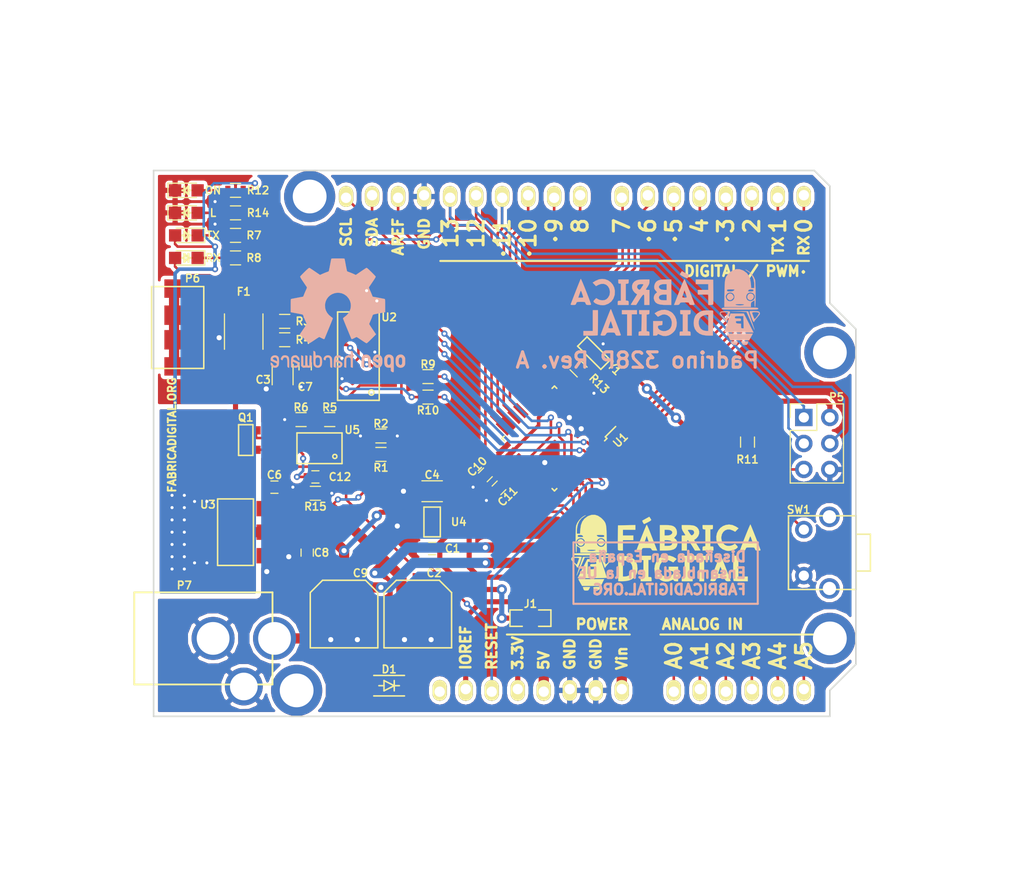
<source format=kicad_pcb>
(kicad_pcb (version 4) (host pcbnew 4.0.6-e0-6349~53~ubuntu16.04.1)
  (layers (0 F.Cu signal) (31 B.Cu signal) (34 B.Paste user) (35 F.Paste user) (36 B.SilkS user) (37 F.SilkS user) (38 B.Mask user) (39 F.Mask user) (44 Edge.Cuts user))
  (net 0 "")
  (net 1 +3V3)
  (net 2 /VUSB)
  (net 3 GNDREF)
  (net 4 /VIN)
  (net 5 +5V)
  (net 6 VCC)
  (net 7 /AREF)
  (net 8 /RESET)
  (net 9 /DTR_5V)
  (net 10 /D7)
  (net 11 /D6)
  (net 12 /D5)
  (net 13 /D4)
  (net 14 /D3)
  (net 15 /D2)
  (net 16 /D1_TX)
  (net 17 /D0_RX)
  (net 18 /D8)
  (net 19 /D9)
  (net 20 /A5)
  (net 21 /A4)
  (net 22 /D13)
  (net 23 /D12)
  (net 24 /D11)
  (net 25 /D10)
  (net 26 /A0)
  (net 27 /A1)
  (net 28 /A2)
  (net 29 /A3)
  (net 30 "Net-(P4-Pad1)")
  (net 31 /PWRIN)
  (net 32 "Net-(R1-Pad2)")
  (net 33 "Net-(P6-Pad2)")
  (net 34 "Net-(R3-Pad2)")
  (net 35 "Net-(R4-Pad1)")
  (net 36 "Net-(P6-Pad3)")
  (net 37 "Net-(R5-Pad1)")
  (net 38 "Net-(R7-Pad2)")
  (net 39 "Net-(R8-Pad1)")
  (net 40 "Net-(R13-Pad1)")
  (net 41 "Net-(R13-Pad2)")
  (net 42 "Net-(U1-Pad19)")
  (net 43 "Net-(U1-Pad22)")
  (net 44 /DTR)
  (net 45 "Net-(U2-Pad2)")
  (net 46 "Net-(U2-Pad5)")
  (net 47 "Net-(U2-Pad7)")
  (net 48 "Net-(U2-Pad8)")
  (net 49 "Net-(U2-Pad9)")
  (net 50 "Net-(U2-Pad13)")
  (net 51 "Net-(U2-Pad18)")
  (net 52 /VBUS)
  (net 53 "Net-(U4-Pad4)")
  (net 54 "Net-(Q1-PadG)")
  (net 55 "Net-(P6-Pad6)")
  (net 56 "Net-(P6-Pad4)")
  (net 57 "Net-(R9-Pad2)")
  (net 58 "Net-(R10-Pad1)")
  (net 59 "Net-(L1-Pad2)")
  (net 60 "Net-(ON1-Pad2)")
  (net 61 "Net-(R7-Pad1)")
  (net 62 "Net-(R8-Pad2)")
  (module Housings_QFP:TQFP-32_7x7mm_Pitch0.8mm (layer F.Cu) (at 140.746268 125.243324 225)
    (fp_text reference U1 (at -4.452691 -4.674264 225) (layer F.SilkS) (effects (font (size 0.75 0.75))))
    (fp_text value ATMEGA328P-AU)
    (pad 1 smd rect (at -4.25 -2.8 225) (size 1.6 0.55) (layers F.Cu F.Paste F.Mask) (net 14 /D3))
    (pad 2 smd rect (at -4.25 -2 225) (size 1.6 0.55) (layers F.Cu F.Paste F.Mask) (net 13 /D4))
    (pad 3 smd rect (at -4.25 -1.2 225) (size 1.6 0.55) (layers F.Cu F.Paste F.Mask) (net 3 GNDREF))
    (pad 4 smd rect (at -4.25 -0.4 225) (size 1.6 0.55) (layers F.Cu F.Paste F.Mask) (net 6 VCC))
    (pad 5 smd rect (at -4.25 0.4 225) (size 1.6 0.55) (layers F.Cu F.Paste F.Mask) (net 3 GNDREF))
    (pad 6 smd rect (at -4.25 1.2 225) (size 1.6 0.55) (layers F.Cu F.Paste F.Mask) (net 6 VCC))
    (pad 7 smd rect (at -4.25 2 225) (size 1.6 0.55) (layers F.Cu F.Paste F.Mask) (net 40 "Net-(R13-Pad1)"))
    (pad 8 smd rect (at -4.25 2.8 225) (size 1.6 0.55) (layers F.Cu F.Paste F.Mask) (net 41 "Net-(R13-Pad2)"))
    (pad 9 smd rect (at -2.8 4.25 315) (size 1.6 0.55) (layers F.Cu F.Paste F.Mask) (net 12 /D5))
    (pad 10 smd rect (at -2 4.25 315) (size 1.6 0.55) (layers F.Cu F.Paste F.Mask) (net 11 /D6))
    (pad 11 smd rect (at -1.2 4.25 315) (size 1.6 0.55) (layers F.Cu F.Paste F.Mask) (net 10 /D7))
    (pad 12 smd rect (at -0.4 4.25 315) (size 1.6 0.55) (layers F.Cu F.Paste F.Mask) (net 18 /D8))
    (pad 13 smd rect (at 0.4 4.25 315) (size 1.6 0.55) (layers F.Cu F.Paste F.Mask) (net 19 /D9))
    (pad 14 smd rect (at 1.2 4.25 315) (size 1.6 0.55) (layers F.Cu F.Paste F.Mask) (net 25 /D10))
    (pad 15 smd rect (at 2 4.25 315) (size 1.6 0.55) (layers F.Cu F.Paste F.Mask) (net 24 /D11))
    (pad 16 smd rect (at 2.8 4.25 315) (size 1.6 0.55) (layers F.Cu F.Paste F.Mask) (net 23 /D12))
    (pad 17 smd rect (at 4.25 2.8 225) (size 1.6 0.55) (layers F.Cu F.Paste F.Mask) (net 22 /D13))
    (pad 18 smd rect (at 4.25 2 225) (size 1.6 0.55) (layers F.Cu F.Paste F.Mask) (net 6 VCC))
    (pad 19 smd rect (at 4.25 1.2 225) (size 1.6 0.55) (layers F.Cu F.Paste F.Mask) (net 42 "Net-(U1-Pad19)"))
    (pad 20 smd rect (at 4.25 0.4 225) (size 1.6 0.55) (layers F.Cu F.Paste F.Mask) (net 7 /AREF))
    (pad 21 smd rect (at 4.25 -0.4 225) (size 1.6 0.55) (layers F.Cu F.Paste F.Mask) (net 3 GNDREF))
    (pad 22 smd rect (at 4.25 -1.2 225) (size 1.6 0.55) (layers F.Cu F.Paste F.Mask) (net 43 "Net-(U1-Pad22)"))
    (pad 23 smd rect (at 4.25 -2 225) (size 1.6 0.55) (layers F.Cu F.Paste F.Mask) (net 26 /A0))
    (pad 24 smd rect (at 4.25 -2.8 225) (size 1.6 0.55) (layers F.Cu F.Paste F.Mask) (net 27 /A1))
    (pad 25 smd rect (at 2.8 -4.25 315) (size 1.6 0.55) (layers F.Cu F.Paste F.Mask) (net 28 /A2))
    (pad 26 smd rect (at 2 -4.25 315) (size 1.6 0.55) (layers F.Cu F.Paste F.Mask) (net 29 /A3))
    (pad 27 smd rect (at 1.2 -4.25 315) (size 1.6 0.55) (layers F.Cu F.Paste F.Mask) (net 21 /A4))
    (pad 28 smd rect (at 0.4 -4.25 315) (size 1.6 0.55) (layers F.Cu F.Paste F.Mask) (net 20 /A5))
    (pad 29 smd rect (at -0.4 -4.25 315) (size 1.6 0.55) (layers F.Cu F.Paste F.Mask) (net 8 /RESET))
    (pad 30 smd rect (at -1.2 -4.25 315) (size 1.6 0.55) (layers F.Cu F.Paste F.Mask) (net 17 /D0_RX))
    (pad 31 smd rect (at -2 -4.25 315) (size 1.6 0.55) (layers F.Cu F.Paste F.Mask) (net 16 /D1_TX))
    (pad 32 smd rect (at -2.8 -4.25 315) (size 1.6 0.55) (layers F.Cu F.Paste F.Mask) (net 15 /D2))
  )
  (module artwork:fabrica-digital-logo-18-8 (layer B.Cu) (at 151.6 112.4 180)
    (fp_text reference G*** hide)
    (fp_text value LOGO hide)
  )
  (module jumpers:solderable_jumper_3 (layer F.Cu) (at 138.4 142.8 180)
    (fp_text reference J1 (at 0 1.4 180) (layer F.SilkS) (effects (font (size 0.75 0.75))))
    (fp_text value CONN_01X03)
    (fp_line (start -1.4 0) (end 0 0) (layer F.Cu) (width 0.75))
    (pad 2 smd rect (at 0 0 180) (size 1 1.35) (layers F.Cu F.Paste F.Mask) (net 6 VCC))
    (pad 3 smd rect (at 1.4 0 180) (size 1 1.35) (layers F.Cu F.Paste F.Mask) (net 1 +3V3))
    (pad 1 smd rect (at -1.4 0 180) (size 1 1.35) (layers F.Cu F.Paste F.Mask) (net 5 +5V))
  )
  (module Capacitors_SMD:C_0603 (layer F.Cu) (at 128.8 136 180)
    (fp_text reference C1 (at -2 0 180) (layer F.SilkS) (effects (font (size 0.75 0.75))))
    (fp_text value 0.1uF)
    (pad 1 smd rect (at -0.75 0 180) (size 0.8 0.75) (layers F.Cu F.Paste F.Mask) (net 1 +3V3))
    (pad 2 smd rect (at 0.75 0 180) (size 0.8 0.75) (layers F.Cu F.Paste F.Mask) (net 3 GNDREF))
  )
  (module Capacitors_SMD:C_1206 (layer F.Cu) (at 114.2 119 270)
    (fp_text reference C3 (at 0.5 1.9 360) (layer F.SilkS) (effects (font (size 0.75 0.75))))
    (fp_text value 10uF)
    (pad 1 smd rect (at -1.5 0 270) (size 1 1.6) (layers F.Cu F.Paste F.Mask) (net 2 /VUSB))
    (pad 2 smd rect (at 1.5 0 270) (size 1 1.6) (layers F.Cu F.Paste F.Mask) (net 3 GNDREF))
  )
  (module Capacitors_SMD:C_1206 (layer F.Cu) (at 128.8 130.4 180)
    (fp_text reference C4 (at 0 1.6 180) (layer F.SilkS) (effects (font (size 0.75 0.75))))
    (fp_text value 10uF)
    (pad 1 smd rect (at -1.5 0 180) (size 1 1.6) (layers F.Cu F.Paste F.Mask) (net 1 +3V3))
    (pad 2 smd rect (at 1.5 0 180) (size 1 1.6) (layers F.Cu F.Paste F.Mask) (net 3 GNDREF))
  )
  (module Capacitors_SMD:C_0603 (layer F.Cu) (at 121.6 111.8)
    (fp_text reference C5 (at 0 -1.2) (layer F.SilkS) (effects (font (size 0.75 0.75))))
    (fp_text value 0.1uF)
    (pad 1 smd rect (at -0.75 0) (size 0.8 0.75) (layers F.Cu F.Paste F.Mask) (net 1 +3V3))
    (pad 2 smd rect (at 0.75 0) (size 0.8 0.75) (layers F.Cu F.Paste F.Mask) (net 3 GNDREF))
  )
  (module Capacitors_SMD:C_0603 (layer F.Cu) (at 113.4 130)
    (fp_text reference C6 (at 0 -1.2) (layer F.SilkS) (effects (font (size 0.75 0.75))))
    (fp_text value 0.1uF)
    (pad 1 smd rect (at -0.75 0) (size 0.8 0.75) (layers F.Cu F.Paste F.Mask) (net 4 /VIN))
    (pad 2 smd rect (at 0.75 0) (size 0.8 0.75) (layers F.Cu F.Paste F.Mask) (net 3 GNDREF))
  )
  (module Capacitors_SMD:C_0603 (layer F.Cu) (at 116.4 118.2 270)
    (fp_text reference C7 (at 2 0 360) (layer F.SilkS) (effects (font (size 0.75 0.75))))
    (fp_text value 0.1uF)
    (pad 1 smd rect (at -0.75 0 270) (size 0.8 0.75) (layers F.Cu F.Paste F.Mask) (net 2 /VUSB))
    (pad 2 smd rect (at 0.75 0 270) (size 0.8 0.75) (layers F.Cu F.Paste F.Mask) (net 3 GNDREF))
  )
  (module Capacitors_SMD:C_0603 (layer F.Cu) (at 116.6 136.4 270)
    (fp_text reference C8 (at 0 -1.4 360) (layer F.SilkS) (effects (font (size 0.75 0.75))))
    (fp_text value 0.1uF)
    (pad 1 smd rect (at -0.75 0 270) (size 0.8 0.75) (layers F.Cu F.Paste F.Mask) (net 5 +5V))
    (pad 2 smd rect (at 0.75 0 270) (size 0.8 0.75) (layers F.Cu F.Paste F.Mask) (net 3 GNDREF))
  )
  (module Capacitors_SMD:C_0603 (layer F.Cu) (at 134 128.8 225)
    (fp_text reference C10 (at 0 1.131371 225) (layer F.SilkS) (effects (font (size 0.75 0.75))))
    (fp_text value 0.1uF)
    (pad 1 smd rect (at -0.75 0 225) (size 0.8 0.75) (layers F.Cu F.Paste F.Mask) (net 6 VCC))
    (pad 2 smd rect (at 0.75 0 225) (size 0.8 0.75) (layers F.Cu F.Paste F.Mask) (net 3 GNDREF))
  )
  (module Capacitors_SMD:C_0603 (layer F.Cu) (at 135.33033 130.06967 225)
    (fp_text reference C11 (at 0 -1.2 225) (layer F.SilkS) (effects (font (size 0.75 0.75))))
    (fp_text value 0.1uF)
    (pad 1 smd rect (at -0.75 0 225) (size 0.8 0.75) (layers F.Cu F.Paste F.Mask) (net 7 /AREF))
    (pad 2 smd rect (at 0.75 0 225) (size 0.8 0.75) (layers F.Cu F.Paste F.Mask) (net 3 GNDREF))
  )
  (module Capacitors_SMD:C_0603 (layer F.Cu) (at 117.4 129 180)
    (fp_text reference C12 (at -2.4 0 180) (layer F.SilkS) (effects (font (size 0.75 0.75))))
    (fp_text value 0.1uF)
    (pad 1 smd rect (at -0.75 0 180) (size 0.8 0.75) (layers F.Cu F.Paste F.Mask) (net 8 /RESET))
    (pad 2 smd rect (at 0.75 0 180) (size 0.8 0.75) (layers F.Cu F.Paste F.Mask) (net 9 /DTR_5V))
  )
  (module LEDs:LED_0805 (layer F.Cu) (at 104.8 105.4 180)
    (fp_text reference TX (at -2.6 0 180) (layer F.SilkS) (effects (font (size 0.75 0.75))))
    (fp_text value LED_Small)
    (pad 2 smd rect (at 1.1 0) (size 1.2 1.2) (layers F.Cu F.Paste F.Mask) (net 5 +5V))
    (pad 1 smd rect (at -1.1 0) (size 1.2 1.2) (layers F.Cu F.Paste F.Mask) (net 61 "Net-(R7-Pad1)"))
  )
  (module LEDs:LED_0805 (layer F.Cu) (at 104.8 107.6 180)
    (fp_text reference RX (at -2.6 0 180) (layer F.SilkS) (effects (font (size 0.75 0.75))))
    (fp_text value LED_Small)
    (pad 2 smd rect (at 1.1 0) (size 1.2 1.2) (layers F.Cu F.Paste F.Mask) (net 5 +5V))
    (pad 1 smd rect (at -1.1 0) (size 1.2 1.2) (layers F.Cu F.Paste F.Mask) (net 62 "Net-(R8-Pad2)"))
  )
  (module LEDs:LED_0805 (layer F.Cu) (at 104.8 101)
    (fp_text reference ON (at 2.6 0) (layer F.SilkS) (effects (font (size 0.75 0.75))))
    (fp_text value LED_Small)
    (pad 2 smd rect (at 1.1 0 180) (size 1.2 1.2) (layers F.Cu F.Paste F.Mask) (net 60 "Net-(ON1-Pad2)"))
    (pad 1 smd rect (at -1.1 0 180) (size 1.2 1.2) (layers F.Cu F.Paste F.Mask) (net 3 GNDREF))
  )
  (module LEDs:LED_0805 (layer F.Cu) (at 104.8 103.2)
    (fp_text reference L (at 2.6 0) (layer F.SilkS) (effects (font (size 0.75 0.75))))
    (fp_text value LED_Small)
    (pad 2 smd rect (at 1.1 0 180) (size 1.2 1.2) (layers F.Cu F.Paste F.Mask) (net 59 "Net-(L1-Pad2)"))
    (pad 1 smd rect (at -1.1 0 180) (size 1.2 1.2) (layers F.Cu F.Paste F.Mask) (net 3 GNDREF))
  )
  (module Pin_Headers:Pin_Header_Straight_2x03_Pitch2.54mm (layer F.Cu) (at 165.1 123.19)
    (fp_text reference P5 (at 3.2 -1.99) (layer F.SilkS) (effects (font (size 0.75 0.75))))
    (fp_text value ICSP)
    (pad 1 thru_hole rect (at 0 0) (size 1.7 1.7) (drill 1) (layers *.Cu *.Mask) (net 23 /D12))
    (pad 2 thru_hole oval (at 2.54 0) (size 1.7 1.7) (drill 1) (layers *.Cu *.Mask) (net 6 VCC))
    (pad 3 thru_hole oval (at 0 2.54) (size 1.7 1.7) (drill 1) (layers *.Cu *.Mask) (net 22 /D13))
    (pad 4 thru_hole oval (at 2.54 2.54) (size 1.7 1.7) (drill 1) (layers *.Cu *.Mask) (net 24 /D11))
    (pad 5 thru_hole oval (at 0 5.08) (size 1.7 1.7) (drill 1) (layers *.Cu *.Mask) (net 8 /RESET))
    (pad 6 thru_hole oval (at 2.54 5.08) (size 1.7 1.7) (drill 1) (layers *.Cu *.Mask) (net 3 GNDREF))
  )
  (module cui:CUI_PJxxx_ROUND (layer F.Cu) (at 99.711 144.78)
    (fp_text reference P7 (at 4.889 -5.18) (layer F.SilkS) (effects (font (size 0.75 0.75))))
    (fp_text value BARREL_JACK hide)
    (pad 2 thru_hole circle (at 7.7 0) (size 4.2 4.2) (drill 3.2) (layers *.Cu *.Mask) (net 3 GNDREF))
    (pad 1 thru_hole circle (at 13.7 0) (size 4.2 4.2) (drill 3.2) (layers *.Cu *.Mask) (net 31 /PWRIN))
    (pad 3 thru_hole circle (at 10.7 4.7) (size 3.7 3.7) (drill 2.7) (layers *.Cu *.Mask) (net 3 GNDREF))
  )
  (module Resistors_SMD:R_0603 (layer F.Cu) (at 123.8 126.8 180)
    (fp_text reference R1 (at 0 -1.3 180) (layer F.SilkS) (effects (font (size 0.75 0.75))))
    (fp_text value 10k)
    (pad 1 smd rect (at -0.75 0 180) (size 0.5 0.9) (layers F.Cu F.Paste F.Mask) (net 4 /VIN))
    (pad 2 smd rect (at 0.75 0 180) (size 0.5 0.9) (layers F.Cu F.Paste F.Mask) (net 32 "Net-(R1-Pad2)"))
  )
  (module Resistors_SMD:R_0603 (layer F.Cu) (at 123.8 125)
    (fp_text reference R2 (at 0 -1.2) (layer F.SilkS) (effects (font (size 0.75 0.75))))
    (fp_text value 10k)
    (pad 1 smd rect (at -0.75 0) (size 0.5 0.9) (layers F.Cu F.Paste F.Mask) (net 32 "Net-(R1-Pad2)"))
    (pad 2 smd rect (at 0.75 0) (size 0.5 0.9) (layers F.Cu F.Paste F.Mask) (net 3 GNDREF))
  )
  (module Resistors_SMD:R_0603 (layer F.Cu) (at 114.4 113.8)
    (fp_text reference R3 (at 1.8 0) (layer F.SilkS) (effects (font (size 0.75 0.75))))
    (fp_text value 22)
    (pad 1 smd rect (at -0.75 0) (size 0.5 0.9) (layers F.Cu F.Paste F.Mask) (net 33 "Net-(P6-Pad2)"))
    (pad 2 smd rect (at 0.75 0) (size 0.5 0.9) (layers F.Cu F.Paste F.Mask) (net 34 "Net-(R3-Pad2)"))
  )
  (module Resistors_SMD:R_0603 (layer F.Cu) (at 114.4 115.6 180)
    (fp_text reference R4 (at -1.8 0 180) (layer F.SilkS) (effects (font (size 0.75 0.75))))
    (fp_text value 22)
    (pad 1 smd rect (at -0.75 0 180) (size 0.5 0.9) (layers F.Cu F.Paste F.Mask) (net 35 "Net-(R4-Pad1)"))
    (pad 2 smd rect (at 0.75 0 180) (size 0.5 0.9) (layers F.Cu F.Paste F.Mask) (net 36 "Net-(P6-Pad3)"))
  )
  (module Resistors_SMD:R_0603 (layer F.Cu) (at 118.8 123.4)
    (fp_text reference R5 (at 0 -1.2) (layer F.SilkS) (effects (font (size 0.75 0.75))))
    (fp_text value 10k)
    (pad 1 smd rect (at -0.75 0) (size 0.5 0.9) (layers F.Cu F.Paste F.Mask) (net 37 "Net-(R5-Pad1)"))
    (pad 2 smd rect (at 0.75 0) (size 0.5 0.9) (layers F.Cu F.Paste F.Mask) (net 1 +3V3))
  )
  (module Resistors_SMD:R_0603 (layer F.Cu) (at 116 123.4)
    (fp_text reference R6 (at 0 -1.2) (layer F.SilkS) (effects (font (size 0.75 0.75))))
    (fp_text value 10k)
    (pad 1 smd rect (at -0.75 0) (size 0.5 0.9) (layers F.Cu F.Paste F.Mask) (net 3 GNDREF))
    (pad 2 smd rect (at 0.75 0) (size 0.5 0.9) (layers F.Cu F.Paste F.Mask) (net 37 "Net-(R5-Pad1)"))
  )
  (module Resistors_SMD:R_0603 (layer F.Cu) (at 109.6 105.4)
    (fp_text reference R7 (at 1.8 0) (layer F.SilkS) (effects (font (size 0.75 0.75))))
    (fp_text value 1k)
    (pad 1 smd rect (at -0.75 0) (size 0.5 0.9) (layers F.Cu F.Paste F.Mask) (net 61 "Net-(R7-Pad1)"))
    (pad 2 smd rect (at 0.75 0) (size 0.5 0.9) (layers F.Cu F.Paste F.Mask) (net 38 "Net-(R7-Pad2)"))
  )
  (module Resistors_SMD:R_0603 (layer F.Cu) (at 109.6 107.6 180)
    (fp_text reference R8 (at -1.8 0 180) (layer F.SilkS) (effects (font (size 0.75 0.75))))
    (fp_text value 1k)
    (pad 1 smd rect (at -0.75 0 180) (size 0.5 0.9) (layers F.Cu F.Paste F.Mask) (net 39 "Net-(R8-Pad1)"))
    (pad 2 smd rect (at 0.75 0 180) (size 0.5 0.9) (layers F.Cu F.Paste F.Mask) (net 62 "Net-(R8-Pad2)"))
  )
  (module Resistors_SMD:R_0603 (layer F.Cu) (at 128.4 119.2 180)
    (fp_text reference R9 (at 0 1.2 180) (layer F.SilkS) (effects (font (size 0.75 0.75))))
    (fp_text value 1k)
    (pad 1 smd rect (at -0.75 0 180) (size 0.5 0.9) (layers F.Cu F.Paste F.Mask) (net 16 /D1_TX))
    (pad 2 smd rect (at 0.75 0 180) (size 0.5 0.9) (layers F.Cu F.Paste F.Mask) (net 57 "Net-(R9-Pad2)"))
  )
  (module Resistors_SMD:R_0603 (layer F.Cu) (at 128.4 121.2)
    (fp_text reference R10 (at 0 1.3) (layer F.SilkS) (effects (font (size 0.75 0.75))))
    (fp_text value 1k)
    (pad 1 smd rect (at -0.75 0) (size 0.5 0.9) (layers F.Cu F.Paste F.Mask) (net 58 "Net-(R10-Pad1)"))
    (pad 2 smd rect (at 0.75 0) (size 0.5 0.9) (layers F.Cu F.Paste F.Mask) (net 17 /D0_RX))
  )
  (module Resistors_SMD:R_0603 (layer F.Cu) (at 159.6 125.6 270)
    (fp_text reference R11 (at 1.7 0 360) (layer F.SilkS) (effects (font (size 0.75 0.75))))
    (fp_text value 10k)
    (pad 1 smd rect (at -0.75 0 270) (size 0.5 0.9) (layers F.Cu F.Paste F.Mask) (net 6 VCC))
    (pad 2 smd rect (at 0.75 0 270) (size 0.5 0.9) (layers F.Cu F.Paste F.Mask) (net 8 /RESET))
  )
  (module Resistors_SMD:R_0603 (layer F.Cu) (at 109.6 101 180)
    (fp_text reference R12 (at -2.2 0 180) (layer F.SilkS) (effects (font (size 0.75 0.75))))
    (fp_text value 1k)
    (pad 1 smd rect (at -0.75 0 180) (size 0.5 0.9) (layers F.Cu F.Paste F.Mask) (net 5 +5V))
    (pad 2 smd rect (at 0.75 0 180) (size 0.5 0.9) (layers F.Cu F.Paste F.Mask) (net 60 "Net-(ON1-Pad2)"))
  )
  (module Resistors_SMD:R_0603 (layer F.Cu) (at 143.1 118.4 135)
    (fp_text reference R13 (at -2.474874 0.353553 135) (layer F.SilkS) (effects (font (size 0.75 0.75))))
    (fp_text value 1M)
    (pad 1 smd rect (at -0.75 0 135) (size 0.5 0.9) (layers F.Cu F.Paste F.Mask) (net 40 "Net-(R13-Pad1)"))
    (pad 2 smd rect (at 0.75 0 135) (size 0.5 0.9) (layers F.Cu F.Paste F.Mask) (net 41 "Net-(R13-Pad2)"))
  )
  (module Resistors_SMD:R_0603 (layer F.Cu) (at 109.6 103.2 180)
    (fp_text reference R14 (at -2.2 0 180) (layer F.SilkS) (effects (font (size 0.75 0.75))))
    (fp_text value 1k)
    (pad 1 smd rect (at -0.75 0 180) (size 0.5 0.9) (layers F.Cu F.Paste F.Mask) (net 22 /D13))
    (pad 2 smd rect (at 0.75 0 180) (size 0.5 0.9) (layers F.Cu F.Paste F.Mask) (net 59 "Net-(L1-Pad2)"))
  )
  (module Resistors_SMD:R_0603 (layer F.Cu) (at 117.4 130.6)
    (fp_text reference R15 (at 0 1.3) (layer F.SilkS) (effects (font (size 0.75 0.75))))
    (fp_text value 1k)
    (pad 1 smd rect (at -0.75 0) (size 0.5 0.9) (layers F.Cu F.Paste F.Mask) (net 9 /DTR_5V))
    (pad 2 smd rect (at 0.75 0) (size 0.5 0.9) (layers F.Cu F.Paste F.Mask) (net 3 GNDREF))
  )
  (module sneaky-headers:sneaky_header_01x10_str_2.54mm (layer F.Cu) (at 131.826 101.6)
    (fp_text reference P2 hide)
    (fp_text value CONN_01X10 hide)
    (pad 10 thru_hole oval (at 11.43 -0.127) (size 1.397 2.032) (drill 1.016 (offset 0 0.127)) (layers *.Cu *.Mask F.SilkS) (net 18 /D8))
    (pad 9 thru_hole oval (at 8.89 0.127) (size 1.397 2.032) (drill 1.016 (offset 0 -0.127)) (layers *.Cu *.Mask F.SilkS) (net 19 /D9))
    (pad 1 thru_hole oval (at -11.43 0.127) (size 1.397 2.032) (drill 1.016 (offset 0 -0.127)) (layers *.Cu *.Mask F.SilkS) (net 20 /A5))
    (pad 2 thru_hole oval (at -8.89 -0.127) (size 1.397 2.032) (drill 1.016 (offset 0 0.127)) (layers *.Cu *.Mask F.SilkS) (net 21 /A4))
    (pad 3 thru_hole oval (at -6.35 0.127) (size 1.397 2.032) (drill 1.016 (offset 0 -0.127)) (layers *.Cu *.Mask F.SilkS) (net 7 /AREF))
    (pad 4 thru_hole oval (at -3.81 -0.127) (size 1.397 2.032) (drill 1.016 (offset 0 0.127)) (layers *.Cu *.Mask F.SilkS) (net 3 GNDREF))
    (pad 5 thru_hole oval (at -1.27 0.127) (size 1.397 2.032) (drill 1.016 (offset 0 -0.127)) (layers *.Cu *.Mask F.SilkS) (net 22 /D13))
    (pad 6 thru_hole oval (at 1.27 -0.127) (size 1.397 2.032) (drill 1.016 (offset 0 0.127)) (layers *.Cu *.Mask F.SilkS) (net 23 /D12))
    (pad 7 thru_hole oval (at 3.81 0.127) (size 1.397 2.032) (drill 1.016 (offset 0 -0.127)) (layers *.Cu *.Mask F.SilkS) (net 24 /D11))
    (pad 8 thru_hole oval (at 6.35 -0.127) (size 1.397 2.032) (drill 1.016 (offset 0 0.127)) (layers *.Cu *.Mask F.SilkS) (net 25 /D10))
  )
  (module sneaky-headers:sneaky_header_01x08_str_2.54mm (layer F.Cu) (at 156.21 101.6)
    (fp_text reference P1 hide)
    (fp_text value CONN_01X08 hide)
    (pad 1 thru_hole oval (at -8.89 0.127) (size 1.397 2.032) (drill 1.016 (offset 0 -0.127)) (layers *.Cu *.Mask F.SilkS) (net 10 /D7))
    (pad 2 thru_hole oval (at -6.35 -0.127) (size 1.397 2.032) (drill 1.016 (offset 0 0.127)) (layers *.Cu *.Mask F.SilkS) (net 11 /D6))
    (pad 3 thru_hole oval (at -3.81 0.127) (size 1.397 2.032) (drill 1.016 (offset 0 -0.127)) (layers *.Cu *.Mask F.SilkS) (net 12 /D5))
    (pad 4 thru_hole oval (at -1.27 -0.127) (size 1.397 2.032) (drill 1.016 (offset 0 0.127)) (layers *.Cu *.Mask F.SilkS) (net 13 /D4))
    (pad 5 thru_hole oval (at 1.27 0.127) (size 1.397 2.032) (drill 1.016 (offset 0 -0.127)) (layers *.Cu *.Mask F.SilkS) (net 14 /D3))
    (pad 6 thru_hole oval (at 3.81 -0.127) (size 1.397 2.032) (drill 1.016 (offset 0 0.127)) (layers *.Cu *.Mask F.SilkS) (net 15 /D2))
    (pad 7 thru_hole oval (at 6.35 0.127) (size 1.397 2.032) (drill 1.016 (offset 0 -0.127)) (layers *.Cu *.Mask F.SilkS) (net 16 /D1_TX))
    (pad 8 thru_hole oval (at 8.89 -0.127) (size 1.397 2.032) (drill 1.016 (offset 0 0.127)) (layers *.Cu *.Mask F.SilkS) (net 17 /D0_RX))
  )
  (module sneaky-headers:sneaky_header_01x08_str_2.54mm (layer F.Cu) (at 138.43 149.86)
    (fp_text reference P4 hide)
    (fp_text value CONN_01X08 hide)
    (pad 1 thru_hole oval (at -8.89 0.127) (size 1.397 2.032) (drill 1.016 (offset 0 -0.127)) (layers *.Cu *.Mask F.SilkS) (net 30 "Net-(P4-Pad1)"))
    (pad 2 thru_hole oval (at -6.35 -0.127) (size 1.397 2.032) (drill 1.016 (offset 0 0.127)) (layers *.Cu *.Mask F.SilkS) (net 6 VCC))
    (pad 3 thru_hole oval (at -3.81 0.127) (size 1.397 2.032) (drill 1.016 (offset 0 -0.127)) (layers *.Cu *.Mask F.SilkS) (net 8 /RESET))
    (pad 4 thru_hole oval (at -1.27 -0.127) (size 1.397 2.032) (drill 1.016 (offset 0 0.127)) (layers *.Cu *.Mask F.SilkS) (net 1 +3V3))
    (pad 5 thru_hole oval (at 1.27 0.127) (size 1.397 2.032) (drill 1.016 (offset 0 -0.127)) (layers *.Cu *.Mask F.SilkS) (net 5 +5V))
    (pad 6 thru_hole oval (at 3.81 -0.127) (size 1.397 2.032) (drill 1.016 (offset 0 0.127)) (layers *.Cu *.Mask F.SilkS) (net 3 GNDREF))
    (pad 7 thru_hole oval (at 6.35 0.127) (size 1.397 2.032) (drill 1.016 (offset 0 -0.127)) (layers *.Cu *.Mask F.SilkS) (net 3 GNDREF))
    (pad 8 thru_hole oval (at 8.89 -0.127) (size 1.397 2.032) (drill 1.016 (offset 0 0.127)) (layers *.Cu *.Mask F.SilkS) (net 4 /VIN))
  )
  (module sneaky-headers:sneaky_header_01x06_str_2.54mm (layer F.Cu) (at 158.75 149.86)
    (fp_text reference P3 hide)
    (fp_text value CONN_01X06 hide)
    (pad 1 thru_hole oval (at -6.35 0.127) (size 1.397 2.032) (drill 1.016 (offset 0 -0.127)) (layers *.Cu *.Mask F.SilkS) (net 26 /A0))
    (pad 2 thru_hole oval (at -3.81 -0.127) (size 1.397 2.032) (drill 1.016 (offset 0 0.127)) (layers *.Cu *.Mask F.SilkS) (net 27 /A1))
    (pad 3 thru_hole oval (at -1.27 0.127) (size 1.397 2.032) (drill 1.016 (offset 0 -0.127)) (layers *.Cu *.Mask F.SilkS) (net 28 /A2))
    (pad 4 thru_hole oval (at 1.27 -0.127) (size 1.397 2.032) (drill 1.016 (offset 0 0.127)) (layers *.Cu *.Mask F.SilkS) (net 29 /A3))
    (pad 5 thru_hole oval (at 3.81 0.127) (size 1.397 2.032) (drill 1.016 (offset 0 -0.127)) (layers *.Cu *.Mask F.SilkS) (net 21 /A4))
    (pad 6 thru_hole oval (at 6.35 -0.127) (size 1.397 2.032) (drill 1.016 (offset 0 0.127)) (layers *.Cu *.Mask F.SilkS) (net 20 /A5))
  )
  (module holes:HOLE_M3 (layer F.Cu) (at 115.57 149.86)
    (fp_text reference REF** hide)
    (fp_text value HOLE_M3)
    (pad "" thru_hole circle (at 0 0) (size 5 5) (drill 3.3) (layers *.Cu))
  )
  (module holes:HOLE_M3 (layer F.Cu) (at 167.64 144.78)
    (fp_text reference REF** hide)
    (fp_text value HOLE_M3)
    (pad "" thru_hole circle (at 0 0) (size 5 5) (drill 3.3) (layers *.Cu))
  )
  (module holes:HOLE_M3 (layer F.Cu) (at 167.64 116.84)
    (fp_text reference REF** hide)
    (fp_text value HOLE_M3)
    (pad "" thru_hole circle (at 0 0) (size 5 5) (drill 3.3) (layers *.Cu))
  )
  (module holes:HOLE_M3 (layer F.Cu) (at 116.84 101.6)
    (fp_text reference REF** hide)
    (fp_text value HOLE_M3)
    (pad "" thru_hole circle (at 0 0) (size 5 5) (drill 3.3) (layers *.Cu))
  )
  (module ftdi:FT231XS (layer F.Cu) (at 121.6 117.2 90)
    (fp_text reference U2 (at 3.8 3 180) (layer F.SilkS) (effects (font (size 0.75 0.75))))
    (fp_text value FT231X)
    (pad 1 smd rect (at -2.8575 2.9972 90) (size 0.3048 1.524) (layers F.Cu F.Paste F.Mask) (net 44 /DTR))
    (pad 2 smd rect (at -2.2225 2.9972 90) (size 0.3048 1.524) (layers F.Cu F.Paste F.Mask) (net 45 "Net-(U2-Pad2)"))
    (pad 3 smd rect (at -1.5875 2.9972 90) (size 0.3048 1.524) (layers F.Cu F.Paste F.Mask) (net 1 +3V3))
    (pad 4 smd rect (at -0.9525 2.9972 90) (size 0.3048 1.524) (layers F.Cu F.Paste F.Mask) (net 57 "Net-(R9-Pad2)"))
    (pad 5 smd rect (at -0.3175 2.9972 90) (size 0.3048 1.524) (layers F.Cu F.Paste F.Mask) (net 46 "Net-(U2-Pad5)"))
    (pad 6 smd rect (at 0.3175 2.9972 90) (size 0.3048 1.524) (layers F.Cu F.Paste F.Mask) (net 3 GNDREF))
    (pad 7 smd rect (at 0.9525 2.9972 90) (size 0.3048 1.524) (layers F.Cu F.Paste F.Mask) (net 47 "Net-(U2-Pad7)"))
    (pad 8 smd rect (at 1.5875 2.9972 90) (size 0.3048 1.524) (layers F.Cu F.Paste F.Mask) (net 48 "Net-(U2-Pad8)"))
    (pad 9 smd rect (at 2.2225 2.9972 90) (size 0.3048 1.524) (layers F.Cu F.Paste F.Mask) (net 49 "Net-(U2-Pad9)"))
    (pad 10 smd rect (at 2.8575 2.9972 90) (size 0.3048 1.524) (layers F.Cu F.Paste F.Mask) (net 38 "Net-(R7-Pad2)"))
    (pad 11 smd rect (at 2.8575 -2.9972 90) (size 0.3048 1.524) (layers F.Cu F.Paste F.Mask) (net 35 "Net-(R4-Pad1)"))
    (pad 12 smd rect (at 2.2225 -2.9972 90) (size 0.3048 1.524) (layers F.Cu F.Paste F.Mask) (net 34 "Net-(R3-Pad2)"))
    (pad 13 smd rect (at 1.5875 -2.9972 90) (size 0.3048 1.524) (layers F.Cu F.Paste F.Mask) (net 50 "Net-(U2-Pad13)"))
    (pad 14 smd rect (at 0.9525 -2.9972 90) (size 0.3048 1.524) (layers F.Cu F.Paste F.Mask) (net 1 +3V3))
    (pad 15 smd rect (at 0.3175 -2.9972 90) (size 0.3048 1.524) (layers F.Cu F.Paste F.Mask) (net 2 /VUSB))
    (pad 16 smd rect (at -0.3175 -2.9972 90) (size 0.3048 1.524) (layers F.Cu F.Paste F.Mask) (net 3 GNDREF))
    (pad 17 smd rect (at -0.9525 -2.9972 90) (size 0.3048 1.524) (layers F.Cu F.Paste F.Mask) (net 39 "Net-(R8-Pad1)"))
    (pad 18 smd rect (at -1.5875 -2.9972 90) (size 0.3048 1.524) (layers F.Cu F.Paste F.Mask) (net 51 "Net-(U2-Pad18)"))
    (pad 19 smd rect (at -2.2225 -2.9972 90) (size 0.3048 1.524) (layers F.Cu F.Paste F.Mask) (net 3 GNDREF))
    (pad 20 smd rect (at -2.8575 -2.9972 90) (size 0.3048 1.524) (layers F.Cu F.Paste F.Mask) (net 58 "Net-(R10-Pad1)"))
  )
  (module Symbols:OSHW-Logo2_14.6x12mm_SilkScreen (layer B.Cu) (at 119.6 113.2 180)
    (fp_text reference REF*** hide)
    (fp_text value OSHW-Logo2_14.6x12mm_SilkScreen hide)
  )
  (module nichicon:UWT_63x58 (layer F.Cu) (at 127.4 142.4)
    (fp_text reference C2 (at 1.6 -4) (layer F.SilkS) (effects (font (size 0.75 0.75))))
    (fp_text value 47uF)
    (pad 1 smd rect (at 0 -2.5) (size 1 3) (layers F.Cu F.Paste F.Mask) (net 4 /VIN))
    (pad 2 smd rect (at 0 2.5) (size 1 3) (layers F.Cu F.Paste F.Mask) (net 3 GNDREF))
  )
  (module nichicon:UWT_63x58 (layer F.Cu) (at 120.2 142.4)
    (fp_text reference C9 (at 1.6 -4) (layer F.SilkS) (effects (font (size 0.75 0.75))))
    (fp_text value 47uF)
    (pad 1 smd rect (at 0 -2.5) (size 1 3) (layers F.Cu F.Paste F.Mask) (net 5 +5V))
    (pad 2 smd rect (at 0 2.5) (size 1 3) (layers F.Cu F.Paste F.Mask) (net 3 GNDREF))
  )
  (module on-semi:SS24FL (layer F.Cu) (at 124.6 149.4 90)
    (fp_text reference D1 (at 1.6 0 180) (layer F.SilkS) (effects (font (size 0.75 0.75))))
    (fp_text value D_Schottky_Small)
    (pad 1 smd rect (at 0 1.43 90) (size 1.8 1.34) (layers F.Cu F.Paste F.Mask) (net 4 /VIN))
    (pad 2 smd rect (at 0 -1.43 90) (size 1.8 1.34) (layers F.Cu F.Paste F.Mask) (net 31 /PWRIN))
  )
  (module Resistors_SMD:R_1812 (layer F.Cu) (at 110.4 114.8 90)
    (fp_text reference F1 (at 3.9 0 180) (layer F.SilkS) (effects (font (size 0.75 0.75))))
    (fp_text value 500mA)
    (pad 1 smd rect (at -2.44 0 90) (size 1.6 3.5) (layers F.Cu F.Paste F.Mask) (net 2 /VUSB))
    (pad 2 smd rect (at 2.44 0 90) (size 1.6 3.5) (layers F.Cu F.Paste F.Mask) (net 52 /VBUS))
  )
  (module on-semi:NCP1117LP_SOT-223 (layer F.Cu) (at 109.6 134.4 90)
    (fp_text reference U3 (at 2.7 -2.7 180) (layer F.SilkS) (effects (font (size 0.75 0.75))))
    (fp_text value AP1117)
    (pad 4 smd rect (at 0 -3.25 90) (size 3.8 2) (layers F.Cu F.Paste F.Mask) (net 5 +5V))
    (pad 1 smd rect (at -2.3 3.05 90) (size 1.5 2) (layers F.Cu F.Paste F.Mask) (net 3 GNDREF))
    (pad 2 smd rect (at 0 3.05 90) (size 1.5 2) (layers F.Cu F.Paste F.Mask) (net 5 +5V))
    (pad 3 smd rect (at 2.3 3.05 90) (size 1.5 2) (layers F.Cu F.Paste F.Mask) (net 4 /VIN))
  )
  (module microchip:MIC550X_SOT-23 (layer F.Cu) (at 128.8 133.4 90)
    (fp_text reference U4 (at 0 2.6 180) (layer F.SilkS) (effects (font (size 0.75 0.75))))
    (fp_text value MIC550x)
    (pad 2 smd rect (at 0 -1.3 90) (size 0.66 1) (layers F.Cu F.Paste F.Mask) (net 3 GNDREF))
    (pad 3 smd rect (at -0.95 -1.3 90) (size 0.66 1) (layers F.Cu F.Paste F.Mask) (net 5 +5V))
    (pad 1 smd rect (at 0.95 -1.3 90) (size 0.66 1) (layers F.Cu F.Paste F.Mask) (net 5 +5V))
    (pad 4 smd rect (at 0.95 1.3 90) (size 0.66 1) (layers F.Cu F.Paste F.Mask) (net 53 "Net-(U4-Pad4)"))
    (pad 5 smd rect (at -0.95 1.3 90) (size 0.66 1) (layers F.Cu F.Paste F.Mask) (net 1 +3V3))
  )
  (module stmicroelectronics:LMV358LIPT (layer F.Cu) (at 117.8 126.2 180)
    (fp_text reference U5 (at -3.2 1.8 180) (layer F.SilkS) (effects (font (size 0.75 0.75))))
    (fp_text value LMV358)
    (pad 1 smd rect (at -2.9 -0.975 180) (size 1 0.3) (layers F.Cu F.Paste F.Mask) (net 54 "Net-(Q1-PadG)"))
    (pad 2 smd rect (at -2.9 -0.325 180) (size 1 0.3) (layers F.Cu F.Paste F.Mask) (net 1 +3V3))
    (pad 3 smd rect (at -2.9 0.325 180) (size 1 0.3) (layers F.Cu F.Paste F.Mask) (net 32 "Net-(R1-Pad2)"))
    (pad 4 smd rect (at -2.9 0.975 180) (size 1 0.3) (layers F.Cu F.Paste F.Mask) (net 3 GNDREF))
    (pad 5 smd rect (at 2.9 1.025 180) (size 1 0.3) (layers F.Cu F.Paste F.Mask) (net 44 /DTR))
    (pad 6 smd rect (at 2.9 0.325 180) (size 1 0.3) (layers F.Cu F.Paste F.Mask) (net 37 "Net-(R5-Pad1)"))
    (pad 7 smd rect (at 2.9 -0.325 180) (size 1 0.3) (layers F.Cu F.Paste F.Mask) (net 9 /DTR_5V))
    (pad 8 smd rect (at 2.9 -0.975 180) (size 1 0.3) (layers F.Cu F.Paste F.Mask) (net 5 +5V))
  )
  (module murata:CSTCE_V (layer F.Cu) (at 144.6 116.9 135)
    (fp_text reference Y1 (at -2.474874 0.353553 135) (layer F.SilkS) (effects (font (size 0.75 0.75))))
    (fp_text value 16MHz)
    (pad 2 smd rect (at 0 0 135) (size 0.3 1.6) (layers F.Cu F.Paste F.Mask) (net 3 GNDREF))
    (pad 1 smd rect (at -0.95 0 135) (size 0.3 1.6) (layers F.Cu F.Paste F.Mask) (net 40 "Net-(R13-Pad1)"))
    (pad 3 smd rect (at 0.95 0 135) (size 0.3 1.6) (layers F.Cu F.Paste F.Mask) (net 41 "Net-(R13-Pad2)"))
  )
  (module fci:10118192-0001LF (layer F.Cu) (at 103.6 114.4 270)
    (fp_text reference P6 (at -4.8 -1.8 360) (layer F.SilkS) (effects (font (size 0.75 0.75))))
    (fp_text value USB_OTG)
    (pad 6 smd rect (at 1.2 0 270) (size 1.9 1.9) (layers F.Cu F.Paste F.Mask) (net 55 "Net-(P6-Pad6)"))
    (pad 6 smd rect (at 3.8 0 270) (size 1.8 1.9) (layers F.Cu F.Paste F.Mask) (net 55 "Net-(P6-Pad6)"))
    (pad 6 smd rect (at -1.2 0 270) (size 1.9 1.9) (layers F.Cu F.Paste F.Mask) (net 55 "Net-(P6-Pad6)"))
    (pad 6 smd rect (at -3.8 0 270) (size 1.8 1.9) (layers F.Cu F.Paste F.Mask) (net 55 "Net-(P6-Pad6)"))
    (pad 3 smd rect (at 0 -2.675 270) (size 0.4 1.35) (layers F.Cu F.Paste F.Mask) (net 36 "Net-(P6-Pad3)"))
    (pad 4 smd rect (at 0.65 -2.675 270) (size 0.4 1.35) (layers F.Cu F.Paste F.Mask) (net 56 "Net-(P6-Pad4)"))
    (pad 5 smd rect (at 1.3 -2.675 270) (size 0.4 1.35) (layers F.Cu F.Paste F.Mask) (net 3 GNDREF))
    (pad 2 smd rect (at -0.65 -2.675 270) (size 0.4 1.35) (layers F.Cu F.Paste F.Mask) (net 33 "Net-(P6-Pad2)"))
    (pad 1 smd rect (at -1.3 -2.675 270) (size 0.4 1.35) (layers F.Cu F.Paste F.Mask) (net 52 /VBUS))
    (pad 6 smd rect (at 3.1 -2.55 270) (size 2.1 1.6) (layers F.Cu F.Paste F.Mask) (net 55 "Net-(P6-Pad6)"))
    (pad 6 smd rect (at -3.1 -2.55 270) (size 2.1 1.6) (layers F.Cu F.Paste F.Mask) (net 55 "Net-(P6-Pad6)"))
  )
  (module diodes-inc:DMP3099L (layer F.Cu) (at 110.6 125.4 90)
    (fp_text reference Q1 (at 2.2 0 180) (layer F.SilkS) (effects (font (size 0.75 0.75))))
    (fp_text value MOSFET_P)
    (pad D smd rect (at 0 -1 90) (size 0.8 0.9) (layers F.Cu F.Paste F.Mask) (net 2 /VUSB))
    (pad G smd rect (at -0.95 1 90) (size 0.8 0.9) (layers F.Cu F.Paste F.Mask) (net 54 "Net-(Q1-PadG)"))
    (pad S smd rect (at 0.95 1 90) (size 0.8 0.9) (layers F.Cu F.Paste F.Mask) (net 5 +5V))
  )
  (module te-connectivity:1825027 (layer F.Cu) (at 167.6 136.4 270)
    (fp_text reference SW1 (at -4.2 3 360) (layer F.SilkS) (effects (font (size 0.75 0.75))))
    (fp_text value CONN_01X02)
    (pad "" thru_hole circle (at 3.5 0 270) (size 2 2) (drill 1.3) (layers *.Cu *.Mask))
    (pad "" thru_hole circle (at -3.5 0 270) (size 2 2) (drill 1.3) (layers *.Cu *.Mask))
    (pad 2 thru_hole circle (at 2.25 2.5 270) (size 1.7 1.7) (drill 1) (layers *.Cu *.Mask) (net 3 GNDREF))
    (pad 1 thru_hole circle (at -2.25 2.5 270) (size 1.7 1.7) (drill 1) (layers *.Cu *.Mask) (net 8 /RESET))
  )
  (module artwork:fabrica-digital-logo-18-8 (layer F.Cu) (at 151.6 136.4)
    (fp_text reference G*** hide)
    (fp_text value LOGO hide)
  )
  (gr_line (start 105 107.6) (end 105.2 107.6) (layer F.SilkS) (width 0.2))
  (gr_line (start 105 107.2) (end 105 108) (layer F.SilkS) (width 0.2))
  (gr_line (start 105 107.6) (end 104.6 107.2) (layer F.SilkS) (width 0.2))
  (gr_line (start 104.6 108) (end 105 107.6) (layer F.SilkS) (width 0.2))
  (gr_line (start 104.6 107.2) (end 104.6 108) (layer F.SilkS) (width 0.2))
  (gr_line (start 104.4 107.6) (end 104.6 107.6) (layer F.SilkS) (width 0.2))
  (gr_line (start 105 105.4) (end 105.2 105.4) (layer F.SilkS) (width 0.2))
  (gr_line (start 104.6 105.4) (end 104.4 105.4) (layer F.SilkS) (width 0.2))
  (gr_line (start 104.6 105.8) (end 105 105.4) (layer F.SilkS) (width 0.2))
  (gr_line (start 104.6 105) (end 104.6 105.8) (layer F.SilkS) (width 0.2))
  (gr_line (start 105 105.4) (end 104.6 105) (layer F.SilkS) (width 0.2))
  (gr_line (start 105 105) (end 105 105.8) (layer F.SilkS) (width 0.2))
  (gr_line (start 104.6 103.2) (end 104.4 103.2) (layer F.SilkS) (width 0.2))
  (gr_line (start 104.6 102.8) (end 104.6 103.6) (layer F.SilkS) (width 0.2))
  (gr_line (start 104.6 103.2) (end 105 102.8) (layer F.SilkS) (width 0.2))
  (gr_line (start 105 103.6) (end 104.6 103.2) (layer F.SilkS) (width 0.2))
  (gr_line (start 105 102.8) (end 105 103.6) (layer F.SilkS) (width 0.2))
  (gr_line (start 105.2 103.2) (end 105 103.2) (layer F.SilkS) (width 0.2))
  (gr_line (start 105 101) (end 105.2 101) (layer F.SilkS) (width 0.2))
  (gr_line (start 104.6 101) (end 104.4 101) (layer F.SilkS) (width 0.2))
  (gr_line (start 104.6 100.6) (end 104.6 101.4) (layer F.SilkS) (width 0.2))
  (gr_line (start 105 101.4) (end 104.6 101) (layer F.SilkS) (width 0.2))
  (gr_line (start 105 100.6) (end 105 101.4) (layer F.SilkS) (width 0.2))
  (gr_line (start 104.6 101) (end 105 100.6) (layer F.SilkS) (width 0.2))
  (gr_text "Padrino 328P Rev. A" (at 160.9 117.6) (layer B.SilkS) (effects (font (size 1.5 1.5) (thickness 0.3)) (justify left mirror)))
  (gr_line (start 160.6 141.4) (end 160.6 135.4) (layer B.SilkS) (width 0.2))
  (gr_line (start 142.6 141.4) (end 160.6 141.4) (layer B.SilkS) (width 0.2))
  (gr_line (start 142.6 135.4) (end 142.6 141.4) (layer B.SilkS) (width 0.2))
  (gr_line (start 160.6 135.4) (end 142.6 135.4) (layer B.SilkS) (width 0.2))
  (gr_text FABRICADIGITAL.ORG (at 103.4 124.9 90) (layer F.SilkS) (effects (font (size 0.75 0.75) (thickness 0.1875))))
  (gr_text "Diseñada en España\nEnsamblada en la UE\nFABRICADIGITAL.ORG" (at 159.6 138.4) (layer B.SilkS) (effects (font (size 1 1) (thickness 0.25)) (justify left mirror)))
  (gr_text RX (at 165.1 106.4 90) (layer F.SilkS) (effects (font (size 1 1) (thickness 0.25))))
  (gr_text TX (at 162.6 106.4 90) (layer F.SilkS) (effects (font (size 1 1) (thickness 0.25))))
  (gr_text POWER (at 148.1 143.4) (layer F.SilkS) (effects (font (size 1 1) (thickness 0.25)) (justify right)))
  (gr_text "ANALOG IN" (at 151.1 143.4) (layer F.SilkS) (effects (font (size 1 1) (thickness 0.25)) (justify left)))
  (gr_line (start 151.1 144.4) (end 166.1 144.4) (layer F.SilkS) (width 0.2))
  (gr_line (start 136.1 144.4) (end 148.1 144.4) (layer F.SilkS) (width 0.2))
  (gr_text IOREF (at 132.08 147.995 90) (layer F.SilkS) (effects (font (size 1 1) (thickness 0.25)) (justify left)))
  (gr_text RESET (at 134.62 147.995 90) (layer F.SilkS) (effects (font (size 1 1) (thickness 0.25)) (justify left)))
  (gr_text 3.3V (at 137.16 147.995 90) (layer F.SilkS) (effects (font (size 1 1) (thickness 0.25)) (justify left)))
  (gr_text 5V (at 139.7 147.995 90) (layer F.SilkS) (effects (font (size 1 1) (thickness 0.25)) (justify left)))
  (gr_text GND (at 142.24 147.995 90) (layer F.SilkS) (effects (font (size 1 1) (thickness 0.25)) (justify left)))
  (gr_text GND (at 144.78 147.995 90) (layer F.SilkS) (effects (font (size 1 1) (thickness 0.25)) (justify left)))
  (gr_text Vin (at 147.32 147.995 90) (layer F.SilkS) (effects (font (size 1 1) (thickness 0.25)) (justify left)))
  (gr_text A0 (at 152.4 147.995 90) (layer F.SilkS) (effects (font (size 1.5 1.5) (thickness 0.3)) (justify left)))
  (gr_text A1 (at 154.94 147.995 90) (layer F.SilkS) (effects (font (size 1.5 1.5) (thickness 0.3)) (justify left)))
  (gr_text A2 (at 157.48 147.995 90) (layer F.SilkS) (effects (font (size 1.5 1.5) (thickness 0.3)) (justify left)))
  (gr_text A3 (at 160.02 147.995 90) (layer F.SilkS) (effects (font (size 1.5 1.5) (thickness 0.3)) (justify left)))
  (gr_text A4 (at 162.56 147.995 90) (layer F.SilkS) (effects (font (size 1.5 1.5) (thickness 0.3)) (justify left)))
  (gr_text A5 (at 165.1 147.995 90) (layer F.SilkS) (effects (font (size 1.5 1.5) (thickness 0.3)) (justify left)))
  (gr_text "DIGITAL / PWM·" (at 165.6 108.9) (layer F.SilkS) (effects (font (size 1 1) (thickness 0.25)) (justify right)))
  (gr_line (start 165.6 107.9) (end 129.6 107.9) (layer F.SilkS) (width 0.2))
  (gr_text SCL (at 120.4 103.555 90) (layer F.SilkS) (effects (font (size 1 1) (thickness 0.25)) (justify right)))
  (gr_text SDA (at 122.94 103.555 90) (layer F.SilkS) (effects (font (size 1 1) (thickness 0.25)) (justify right)))
  (gr_text AREF (at 125.48 103.555 90) (layer F.SilkS) (effects (font (size 1 1) (thickness 0.25)) (justify right)))
  (gr_text GND (at 128.02 103.555 90) (layer F.SilkS) (effects (font (size 1 1) (thickness 0.25)) (justify right)))
  (gr_text 13 (at 130.56 103.555 90) (layer F.SilkS) (effects (font (size 1.5 1.5) (thickness 0.3)) (justify right)))
  (gr_text 12 (at 133.1 103.555 90) (layer F.SilkS) (effects (font (size 1.5 1.5) (thickness 0.3)) (justify right)))
  (gr_text ·11 (at 135.64 103.555 90) (layer F.SilkS) (effects (font (size 1.5 1.5) (thickness 0.3)) (justify right)))
  (gr_text ·10 (at 138.18 103.555 90) (layer F.SilkS) (effects (font (size 1.5 1.5) (thickness 0.3)) (justify right)))
  (gr_text ·9 (at 140.72 103.555 90) (layer F.SilkS) (effects (font (size 1.5 1.5) (thickness 0.3)) (justify right)))
  (gr_text 8 (at 143.26 103.555 90) (layer F.SilkS) (effects (font (size 1.5 1.5) (thickness 0.3)) (justify right)))
  (gr_text 7 (at 147.32 103.555 90) (layer F.SilkS) (effects (font (size 1.5 1.5) (thickness 0.3)) (justify right)))
  (gr_text ·6 (at 149.86 103.555 90) (layer F.SilkS) (effects (font (size 1.5 1.5) (thickness 0.3)) (justify right)))
  (gr_text ·5 (at 152.4 103.555 90) (layer F.SilkS) (effects (font (size 1.5 1.5) (thickness 0.3)) (justify right)))
  (gr_text ·3 (at 157.48 103.555 90) (layer F.SilkS) (effects (font (size 1.5 1.5) (thickness 0.3)) (justify right)))
  (gr_text 2 (at 160.02 103.555 90) (layer F.SilkS) (effects (font (size 1.5 1.5) (thickness 0.3)) (justify right)))
  (gr_text 4 (at 154.94 103.555 90) (layer F.SilkS) (effects (font (size 1.5 1.5) (thickness 0.3)) (justify right)))
  (gr_text 1 (at 162.56 103.555 90) (layer F.SilkS) (effects (font (size 1.5 1.5) (thickness 0.3)) (justify right)))
  (gr_text 0 (at 165.1 103.555 90) (layer F.SilkS) (effects (font (size 1.5 1.5) (thickness 0.3)) (justify right)))
  (gr_line (start 167.64 100.584) (end 166.116 99.06) (layer Edge.Cuts) (width 0.15))
  (gr_line (start 167.64 149.86) (end 170.18 147.32) (layer Edge.Cuts) (width 0.15))
  (gr_line (start 167.64 112.014) (end 167.64 100.584) (layer Edge.Cuts) (width 0.15))
  (gr_line (start 170.18 114.554) (end 167.64 112.014) (layer Edge.Cuts) (width 0.15))
  (gr_line (start 167.64 152.4) (end 167.64 149.86) (layer Edge.Cuts) (width 0.15))
  (gr_line (start 170.18 147.32) (end 170.18 114.554) (layer Edge.Cuts) (width 0.15))
  (gr_line (start 101.6 152.4) (end 167.64 152.4) (layer Edge.Cuts) (width 0.15))
  (gr_line (start 101.6 99.06) (end 166.116 99.06) (layer Edge.Cuts) (width 0.15))
  (gr_line (start 101.6 152.4) (end 101.6 99.06) (layer Edge.Cuts) (width 0.15))
  (segment (start 120.8 116.4) (end 120.500001 116.100001) (width 0.25) (layer F.Cu) (net 1))
  (segment (start 120.500001 116.100001) (end 120.099999 116.100001) (width 0.25) (layer F.Cu) (net 1))
  (segment (start 120.099999 116.100001) (end 119.9525 116.2475) (width 0.25) (layer F.Cu) (net 1))
  (segment (start 122.4 118) (end 120.8 116.4) (width 0.25) (layer B.Cu) (net 1))
  (via (at 120.8 116.4) (size 0.6) (drill 0.3) (layers F.Cu B.Cu) (net 1))
  (segment (start 124.5972 118.7875) (end 123.5852 118.7875) (width 0.25) (layer F.Cu) (net 1))
  (segment (start 122.7977 118) (end 122.4 118) (width 0.25) (layer F.Cu) (net 1))
  (segment (start 123.5852 118.7875) (end 122.7977 118) (width 0.25) (layer F.Cu) (net 1))
  (via (at 122.4 118) (size 0.6) (drill 0.3) (layers F.Cu B.Cu) (net 1))
  (segment (start 135.6 140) (end 135.6 142.8) (width 0.5) (layer B.Cu) (net 1))
  (segment (start 135.6 140) (end 132.2 140) (width 0.5) (layer F.Cu) (net 1))
  (segment (start 137 142.8) (end 135.6 142.8) (width 0.5) (layer F.Cu) (net 1))
  (segment (start 129.55 137.35) (end 129.55 136) (width 0.5) (layer F.Cu) (net 1))
  (segment (start 130.3 130.4) (end 130.3 126.1) (width 0.35) (layer F.Cu) (net 1))
  (segment (start 130.3 126.1) (end 125.8 121.6) (width 0.35) (layer F.Cu) (net 1))
  (segment (start 131.2 130.6) (end 131 130.4) (width 0.5) (layer F.Cu) (net 1))
  (segment (start 131 130.4) (end 130.3 130.4) (width 0.5) (layer F.Cu) (net 1))
  (segment (start 131.2 134.25) (end 131.2 130.6) (width 0.5) (layer F.Cu) (net 1))
  (segment (start 130.1 134.35) (end 131.1 134.35) (width 0.5) (layer F.Cu) (net 1))
  (segment (start 131.1 134.35) (end 131.2 134.25) (width 0.5) (layer F.Cu) (net 1))
  (via (at 135.6 142.8) (size 1) (drill 0.5) (layers F.Cu B.Cu) (net 1))
  (via (at 135.6 140) (size 1) (drill 0.5) (layers F.Cu B.Cu) (net 1))
  (segment (start 129.55 137.35) (end 132.2 140) (width 0.5) (layer F.Cu) (net 1))
  (segment (start 130.1 134.35) (end 130.1 134.9) (width 0.5) (layer F.Cu) (net 1))
  (segment (start 130.1 134.9) (end 129.55 135.45) (width 0.5) (layer F.Cu) (net 1))
  (segment (start 129.55 135.45) (end 129.55 136) (width 0.5) (layer F.Cu) (net 1))
  (segment (start 121.6 122.2) (end 120.4 123.4) (width 0.25) (layer F.Cu) (net 1))
  (segment (start 120.4 123.4) (end 119.55 123.4) (width 0.25) (layer F.Cu) (net 1))
  (segment (start 125.2 122.2) (end 121.6 122.2) (width 0.25) (layer F.Cu) (net 1))
  (segment (start 125.8 121.6) (end 125.2 122.2) (width 0.25) (layer F.Cu) (net 1))
  (segment (start 125.8 118.9783) (end 125.8 121.6) (width 0.25) (layer F.Cu) (net 1))
  (segment (start 124.5972 118.7875) (end 125.6092 118.7875) (width 0.25) (layer F.Cu) (net 1))
  (segment (start 125.6092 118.7875) (end 125.8 118.9783) (width 0.25) (layer F.Cu) (net 1))
  (segment (start 119.9525 116.2475) (end 120.85 115.35) (width 0.25) (layer F.Cu) (net 1))
  (segment (start 120.85 115.35) (end 120.85 111.8) (width 0.25) (layer F.Cu) (net 1))
  (segment (start 118.6028 116.2475) (end 119.9525 116.2475) (width 0.25) (layer F.Cu) (net 1))
  (segment (start 137 142.8) (end 137 143.975) (width 0.5) (layer F.Cu) (net 1))
  (segment (start 137 143.975) (end 137.16 144.135) (width 0.5) (layer F.Cu) (net 1))
  (segment (start 137.16 144.135) (end 137.16 149.733) (width 0.5) (layer F.Cu) (net 1))
  (segment (start 119.55 126.15) (end 119.925 126.525) (width 0.25) (layer F.Cu) (net 1))
  (segment (start 119.925 126.525) (end 120.7 126.525) (width 0.25) (layer F.Cu) (net 1))
  (segment (start 119.55 123.4) (end 119.55 126.15) (width 0.25) (layer F.Cu) (net 1))
  (segment (start 112.44 117.24) (end 112.7 117.5) (width 0.5) (layer F.Cu) (net 2))
  (segment (start 112.7 117.5) (end 114.2 117.5) (width 0.5) (layer F.Cu) (net 2))
  (segment (start 110.4 117.24) (end 112.44 117.24) (width 0.5) (layer F.Cu) (net 2))
  (segment (start 110.4 120.2) (end 109.6 121) (width 0.5) (layer F.Cu) (net 2))
  (segment (start 109.6 121) (end 109.6 125.4) (width 0.5) (layer F.Cu) (net 2))
  (segment (start 110.4 117.24) (end 110.4 120.2) (width 0.5) (layer F.Cu) (net 2))
  (segment (start 115.3 117.5) (end 115.35 117.45) (width 0.25) (layer F.Cu) (net 2))
  (segment (start 115.35 117.45) (end 116.4 117.45) (width 0.25) (layer F.Cu) (net 2))
  (segment (start 114.2 117.5) (end 115.3 117.5) (width 0.25) (layer F.Cu) (net 2))
  (segment (start 117.7175 116.8825) (end 117.15 117.45) (width 0.25) (layer F.Cu) (net 2))
  (segment (start 117.15 117.45) (end 116.4 117.45) (width 0.25) (layer F.Cu) (net 2))
  (segment (start 118.6028 116.8825) (end 117.7175 116.8825) (width 0.25) (layer F.Cu) (net 2))
  (segment (start 112.65 138.25) (end 113.35 138.25) (width 0.35) (layer B.Cu) (net 3))
  (segment (start 113.35 138.25) (end 114.8 136.8) (width 0.35) (layer B.Cu) (net 3))
  (segment (start 127.2 104.4) (end 128.016 103.584) (width 0.35) (layer B.Cu) (net 3))
  (segment (start 128.016 103.584) (end 128.016 101.473) (width 0.35) (layer B.Cu) (net 3))
  (segment (start 123.600998 104.4) (end 127.2 104.4) (width 0.35) (layer B.Cu) (net 3))
  (segment (start 122.4 110.8) (end 122.4 105.600998) (width 0.35) (layer B.Cu) (net 3))
  (segment (start 122.4 105.600998) (end 123.600998 104.4) (width 0.35) (layer B.Cu) (net 3))
  (segment (start 122.4 110.8) (end 120 113.2) (width 0.35) (layer B.Cu) (net 3))
  (segment (start 120 113.2) (end 120 117.4) (width 0.35) (layer B.Cu) (net 3))
  (segment (start 123.4 111.8) (end 122.4 110.8) (width 0.35) (layer B.Cu) (net 3))
  (segment (start 123.2 116.8) (end 123.2 112) (width 0.35) (layer B.Cu) (net 3))
  (segment (start 123.2 112) (end 123.4 111.8) (width 0.35) (layer B.Cu) (net 3))
  (segment (start 120 119.4) (end 120 117.4) (width 0.35) (layer B.Cu) (net 3))
  (segment (start 116 120.2) (end 119.2 120.2) (width 0.35) (layer B.Cu) (net 3))
  (segment (start 119.2 120.2) (end 120 119.4) (width 0.35) (layer B.Cu) (net 3))
  (segment (start 116 120.2) (end 112.8 120.2) (width 0.35) (layer B.Cu) (net 3))
  (segment (start 112.8 120.2) (end 112.6 120.4) (width 0.35) (layer B.Cu) (net 3))
  (segment (start 144.78 149.987) (end 144.78 144.5) (width 0.35) (layer B.Cu) (net 3))
  (segment (start 144.78 144.5) (end 144.78 133.844999) (width 0.35) (layer B.Cu) (net 3))
  (segment (start 142.24 149.733) (end 142.24 147.04) (width 0.35) (layer B.Cu) (net 3))
  (segment (start 142.24 147.04) (end 144.78 144.5) (width 0.35) (layer B.Cu) (net 3))
  (segment (start 157 128.924999) (end 149.7 128.924999) (width 0.35) (layer B.Cu) (net 3))
  (segment (start 149.7 128.924999) (end 145.124001 128.924999) (width 0.35) (layer B.Cu) (net 3))
  (segment (start 144.78 133.844999) (end 149.7 128.924999) (width 0.35) (layer B.Cu) (net 3))
  (segment (start 163.43708 128.924999) (end 157 128.924999) (width 0.35) (layer B.Cu) (net 3))
  (segment (start 164.250001 136.175) (end 157 128.924999) (width 0.35) (layer B.Cu) (net 3))
  (segment (start 165.1 138.65) (end 164.250001 137.800001) (width 0.35) (layer B.Cu) (net 3))
  (segment (start 164.250001 137.800001) (end 164.250001 136.175) (width 0.35) (layer B.Cu) (net 3))
  (segment (start 142.999002 127.6) (end 143.399002 127.2) (width 0.35) (layer B.Cu) (net 3))
  (segment (start 143.399002 127.2) (end 144.275001 126.324001) (width 0.35) (layer B.Cu) (net 3))
  (segment (start 165.812081 131.3) (end 163.43708 128.924999) (width 0.35) (layer B.Cu) (net 3))
  (segment (start 145.124001 128.924999) (end 143.399002 127.2) (width 0.35) (layer B.Cu) (net 3))
  (segment (start 167.64 128.27) (end 167.64 129.472081) (width 0.35) (layer B.Cu) (net 3))
  (segment (start 167.64 129.472081) (end 165.812081 131.3) (width 0.35) (layer B.Cu) (net 3))
  (segment (start 144.6 120.823906) (end 144.6 116.9) (width 0.35) (layer B.Cu) (net 3))
  (segment (start 144.6 116.9) (end 145.5 116) (width 0.35) (layer B.Cu) (net 3))
  (segment (start 142.2 123.2) (end 142.223906 123.2) (width 0.35) (layer B.Cu) (net 3))
  (segment (start 142.223906 123.2) (end 144.6 120.823906) (width 0.35) (layer B.Cu) (net 3))
  (segment (start 143.361457 124.294044) (end 143.294044 124.294044) (width 0.35) (layer B.Cu) (net 3))
  (segment (start 143.294044 124.294044) (end 142.2 123.2) (width 0.35) (layer B.Cu) (net 3))
  (segment (start 139.8 127.6) (end 142.999002 127.6) (width 0.35) (layer B.Cu) (net 3))
  (segment (start 144.275001 126.324001) (end 144.275001 125.207588) (width 0.35) (layer B.Cu) (net 3))
  (segment (start 144.275001 125.207588) (end 143.861456 124.794043) (width 0.35) (layer B.Cu) (net 3))
  (segment (start 143.861456 124.794043) (end 143.361457 124.294044) (width 0.35) (layer B.Cu) (net 3))
  (segment (start 134.1 131.3) (end 136.1 131.3) (width 0.35) (layer B.Cu) (net 3))
  (segment (start 136.1 131.3) (end 139.8 127.6) (width 0.35) (layer B.Cu) (net 3))
  (segment (start 121.5 144.9) (end 118.9 144.9) (width 0.35) (layer B.Cu) (net 3))
  (segment (start 128.7 144.9) (end 126.1 144.9) (width 0.35) (layer B.Cu) (net 3))
  (segment (start 126.1 144.9) (end 125.600001 144.400001) (width 0.35) (layer B.Cu) (net 3))
  (segment (start 125.600001 144.400001) (end 121.999999 144.400001) (width 0.35) (layer B.Cu) (net 3))
  (segment (start 121.999999 144.400001) (end 121.5 144.9) (width 0.35) (layer B.Cu) (net 3))
  (segment (start 118.9 144.9) (end 118.9 140.9) (width 0.35) (layer B.Cu) (net 3))
  (segment (start 118.9 140.9) (end 114.8 136.8) (width 0.35) (layer B.Cu) (net 3))
  (segment (start 114.8 136.8) (end 119.504998 136.8) (width 0.35) (layer B.Cu) (net 3))
  (segment (start 119.504998 136.8) (end 119.779999 137.075001) (width 0.35) (layer B.Cu) (net 3))
  (segment (start 124.900001 134.299999) (end 125.4 133.8) (width 0.35) (layer B.Cu) (net 3))
  (segment (start 119.779999 137.075001) (end 122.124999 137.075001) (width 0.35) (layer B.Cu) (net 3))
  (segment (start 122.124999 137.075001) (end 124.900001 134.299999) (width 0.35) (layer B.Cu) (net 3))
  (segment (start 126 130.4) (end 126 133.2) (width 0.35) (layer B.Cu) (net 3))
  (segment (start 126 133.2) (end 125.4 133.8) (width 0.35) (layer B.Cu) (net 3))
  (segment (start 119 130.6) (end 119 127.8) (width 0.35) (layer B.Cu) (net 3))
  (segment (start 119 127.8) (end 121.8 125) (width 0.35) (layer B.Cu) (net 3))
  (segment (start 115.2 130) (end 118.4 130) (width 0.35) (layer B.Cu) (net 3))
  (segment (start 118.4 130) (end 119 130.6) (width 0.35) (layer B.Cu) (net 3))
  (segment (start 114.4 123.4) (end 114.4 122.2) (width 0.35) (layer B.Cu) (net 3))
  (segment (start 114.4 122.2) (end 112.6 120.4) (width 0.35) (layer B.Cu) (net 3))
  (segment (start 121.8 125) (end 116 125) (width 0.35) (layer B.Cu) (net 3))
  (segment (start 116 125) (end 114.4 123.4) (width 0.35) (layer B.Cu) (net 3))
  (segment (start 125.4 125) (end 124.975736 125) (width 0.35) (layer B.Cu) (net 3))
  (segment (start 124.975736 125) (end 121.8 125) (width 0.35) (layer B.Cu) (net 3))
  (segment (start 126 130.4) (end 126 125.6) (width 0.35) (layer B.Cu) (net 3))
  (segment (start 126 125.6) (end 125.4 125) (width 0.35) (layer B.Cu) (net 3))
  (segment (start 126 130.4) (end 132.4 130.4) (width 0.35) (layer B.Cu) (net 3))
  (segment (start 132.4 130.4) (end 132.8 130) (width 0.35) (layer B.Cu) (net 3))
  (segment (start 132.8 130) (end 134.1 131.3) (width 0.35) (layer B.Cu) (net 3))
  (segment (start 109.2 105.9) (end 109.2 114.2) (width 0.35) (layer B.Cu) (net 3))
  (segment (start 109.2 114.2) (end 108 115.4) (width 0.35) (layer B.Cu) (net 3))
  (segment (start 107.6 104.3) (end 109.2 105.9) (width 0.35) (layer B.Cu) (net 3))
  (segment (start 107.6 102.1) (end 107.6 104.3) (width 0.35) (layer B.Cu) (net 3))
  (segment (start 108 115.4) (end 112.6 120) (width 0.35) (layer B.Cu) (net 3))
  (segment (start 112.6 120) (end 112.6 120.4) (width 0.35) (layer B.Cu) (net 3))
  (segment (start 111.119999 142.680001) (end 112.65 141.15) (width 0.35) (layer B.Cu) (net 3))
  (segment (start 112.65 141.15) (end 112.65 141.05) (width 0.35) (layer B.Cu) (net 3))
  (segment (start 107.411 144.78) (end 109.510999 142.680001) (width 0.35) (layer B.Cu) (net 3))
  (segment (start 109.510999 142.680001) (end 111.119999 142.680001) (width 0.35) (layer B.Cu) (net 3))
  (segment (start 112.65 141.05) (end 112.65 138.25) (width 0.35) (layer B.Cu) (net 3))
  (segment (start 108.7 147.7) (end 108.7 147.769) (width 0.35) (layer B.Cu) (net 3))
  (segment (start 108.7 147.769) (end 110.411 149.48) (width 0.35) (layer B.Cu) (net 3))
  (segment (start 109.510999 146.889001) (end 108.7 147.7) (width 0.35) (layer B.Cu) (net 3))
  (segment (start 107.411 144.78) (end 109.510999 146.879999) (width 0.35) (layer B.Cu) (net 3))
  (segment (start 109.510999 146.879999) (end 109.510999 146.889001) (width 0.35) (layer B.Cu) (net 3))
  (segment (start 112.65 139.541) (end 112.65 138.25) (width 0.35) (layer B.Cu) (net 3))
  (segment (start 134.8 130.6) (end 134.1 131.3) (width 0.35) (layer F.Cu) (net 3))
  (via (at 134.1 131.3) (size 0.6) (drill 0.3) (layers F.Cu B.Cu) (net 3))
  (segment (start 112.65 136.7) (end 112.65 138.25) (width 1) (layer F.Cu) (net 3))
  (via (at 112.65 138.25) (size 1) (drill 0.5) (layers F.Cu B.Cu) (net 3))
  (segment (start 127.4 144.9) (end 126.1 144.9) (width 1) (layer F.Cu) (net 3))
  (via (at 126.1 144.9) (size 1) (drill 0.5) (layers F.Cu B.Cu) (net 3))
  (segment (start 127.4 144.9) (end 128.7 144.9) (width 1) (layer F.Cu) (net 3))
  (via (at 128.7 144.9) (size 1) (drill 0.5) (layers F.Cu B.Cu) (net 3))
  (segment (start 120.2 144.9) (end 118.9 144.9) (width 1) (layer F.Cu) (net 3))
  (via (at 118.9 144.9) (size 1) (drill 0.5) (layers F.Cu B.Cu) (net 3))
  (segment (start 120.2 144.9) (end 121.5 144.9) (width 1) (layer F.Cu) (net 3))
  (via (at 121.5 144.9) (size 1) (drill 0.5) (layers F.Cu B.Cu) (net 3))
  (segment (start 103.95 104.3) (end 107.6 104.3) (width 0.25) (layer F.Cu) (net 3))
  (via (at 107.6 104.3) (size 0.6) (drill 0.3) (layers F.Cu B.Cu) (net 3))
  (segment (start 103.7 103.2) (end 103.7 104.05) (width 0.25) (layer F.Cu) (net 3))
  (segment (start 103.7 104.05) (end 103.95 104.3) (width 0.25) (layer F.Cu) (net 3))
  (segment (start 103.7 101) (end 103.7 101.85) (width 0.25) (layer F.Cu) (net 3))
  (segment (start 103.7 101.85) (end 103.95 102.1) (width 0.25) (layer F.Cu) (net 3))
  (segment (start 103.95 102.1) (end 105.124998 102.1) (width 0.25) (layer F.Cu) (net 3))
  (segment (start 105.124998 102.1) (end 107.6 102.1) (width 0.25) (layer F.Cu) (net 3))
  (via (at 107.6 102.1) (size 0.6) (drill 0.3) (layers F.Cu B.Cu) (net 3))
  (segment (start 122.35 111.8) (end 123.4 111.8) (width 0.25) (layer F.Cu) (net 3))
  (via (at 123.4 111.8) (size 0.6) (drill 0.3) (layers F.Cu B.Cu) (net 3))
  (segment (start 116 120.2) (end 116.4 119.8) (width 0.25) (layer F.Cu) (net 3))
  (segment (start 115.7 120.5) (end 116 120.2) (width 0.25) (layer F.Cu) (net 3))
  (via (at 116 120.2) (size 0.6) (drill 0.3) (layers F.Cu B.Cu) (net 3))
  (segment (start 114.2 120.5) (end 112.7 120.5) (width 0.5) (layer F.Cu) (net 3))
  (segment (start 112.7 120.5) (end 112.6 120.4) (width 0.5) (layer F.Cu) (net 3))
  (via (at 112.6 120.4) (size 1) (drill 0.5) (layers F.Cu B.Cu) (net 3))
  (segment (start 122.35 111.8) (end 122.35 110.85) (width 0.25) (layer F.Cu) (net 3))
  (segment (start 122.35 110.85) (end 122.4 110.8) (width 0.25) (layer F.Cu) (net 3))
  (via (at 122.4 110.8) (size 0.6) (drill 0.3) (layers F.Cu B.Cu) (net 3))
  (segment (start 138.955278 127.6) (end 139.8 127.6) (width 0.35) (layer F.Cu) (net 3))
  (via (at 139.8 127.6) (size 1) (drill 0.5) (layers F.Cu B.Cu) (net 3))
  (segment (start 138.023907 128.531371) (end 138.955278 127.6) (width 0.35) (layer F.Cu) (net 3))
  (segment (start 143.486648 124.2) (end 143.455501 124.2) (width 0.35) (layer F.Cu) (net 3))
  (segment (start 143.455501 124.2) (end 143.361457 124.294044) (width 0.35) (layer F.Cu) (net 3))
  (via (at 143.361457 124.294044) (size 1) (drill 0.5) (layers F.Cu B.Cu) (net 3))
  (segment (start 144.6 123.086648) (end 143.486648 124.2) (width 0.35) (layer F.Cu) (net 3))
  (segment (start 143.468629 121.955277) (end 143.444723 121.955277) (width 0.35) (layer F.Cu) (net 3))
  (segment (start 143.444723 121.955277) (end 142.2 123.2) (width 0.35) (layer F.Cu) (net 3))
  (via (at 142.2 123.2) (size 1) (drill 0.5) (layers F.Cu B.Cu) (net 3))
  (via (at 144.6 120.823906) (size 0.6) (drill 0.3) (layers F.Cu B.Cu) (net 3))
  (segment (start 143.468629 121.955277) (end 144.6 120.823906) (width 0.35) (layer F.Cu) (net 3))
  (segment (start 133.46967 129.33033) (end 132.8 130) (width 0.35) (layer F.Cu) (net 3))
  (via (at 132.8 130) (size 0.6) (drill 0.3) (layers F.Cu B.Cu) (net 3))
  (segment (start 118.15 130.6) (end 119 130.6) (width 0.25) (layer F.Cu) (net 3))
  (via (at 119 130.6) (size 0.6) (drill 0.3) (layers F.Cu B.Cu) (net 3))
  (segment (start 115.25 123.4) (end 114.4 123.4) (width 0.25) (layer F.Cu) (net 3))
  (via (at 114.4 123.4) (size 0.6) (drill 0.3) (layers F.Cu B.Cu) (net 3))
  (segment (start 120.7 125.225) (end 121.575 125.225) (width 0.25) (layer F.Cu) (net 3))
  (segment (start 121.575 125.225) (end 121.8 125) (width 0.25) (layer F.Cu) (net 3))
  (via (at 121.8 125) (size 0.6) (drill 0.3) (layers F.Cu B.Cu) (net 3))
  (segment (start 124.55 125) (end 125.4 125) (width 0.25) (layer F.Cu) (net 3))
  (via (at 125.4 125) (size 0.6) (drill 0.3) (layers F.Cu B.Cu) (net 3))
  (segment (start 127.3 130.4) (end 126 130.4) (width 0.5) (layer F.Cu) (net 3))
  (via (at 126 130.4) (size 1) (drill 0.5) (layers F.Cu B.Cu) (net 3))
  (segment (start 126.2 133.7) (end 125.5 133.7) (width 0.5) (layer F.Cu) (net 3))
  (segment (start 125.5 133.7) (end 125.4 133.8) (width 0.5) (layer F.Cu) (net 3))
  (via (at 125.4 133.8) (size 1) (drill 0.5) (layers F.Cu B.Cu) (net 3))
  (segment (start 128.05 136) (end 127.15 136) (width 0.5) (layer F.Cu) (net 3))
  (segment (start 127.15 136) (end 126.2 135.05) (width 0.5) (layer F.Cu) (net 3))
  (segment (start 126.2 135.05) (end 126.2 133.7) (width 0.5) (layer F.Cu) (net 3))
  (segment (start 126.2 133.7) (end 126.5 133.4) (width 0.5) (layer F.Cu) (net 3))
  (segment (start 126.5 133.4) (end 127.5 133.4) (width 0.5) (layer F.Cu) (net 3))
  (segment (start 124.5972 116.8825) (end 123.2825 116.8825) (width 0.25) (layer F.Cu) (net 3))
  (segment (start 123.2825 116.8825) (end 123.2 116.8) (width 0.25) (layer F.Cu) (net 3))
  (via (at 123.2 116.8) (size 0.6) (drill 0.3) (layers F.Cu B.Cu) (net 3))
  (segment (start 118.6028 119.4225) (end 119.9775 119.4225) (width 0.25) (layer F.Cu) (net 3))
  (segment (start 119.9775 119.4225) (end 120 119.4) (width 0.25) (layer F.Cu) (net 3))
  (via (at 120 119.4) (size 0.6) (drill 0.3) (layers F.Cu B.Cu) (net 3))
  (segment (start 118.6028 117.5175) (end 119.8825 117.5175) (width 0.25) (layer F.Cu) (net 3))
  (segment (start 119.8825 117.5175) (end 120 117.4) (width 0.25) (layer F.Cu) (net 3))
  (via (at 120 117.4) (size 0.6) (drill 0.3) (layers F.Cu B.Cu) (net 3))
  (segment (start 135.8 131) (end 135.2 131) (width 0.35) (layer F.Cu) (net 3))
  (segment (start 135.2 131) (end 134.8 130.6) (width 0.35) (layer F.Cu) (net 3))
  (segment (start 137.2 129.6) (end 135.8 131) (width 0.35) (layer F.Cu) (net 3))
  (segment (start 137.2 129.355278) (end 137.2 129.6) (width 0.35) (layer F.Cu) (net 3))
  (segment (start 138.023907 128.531371) (end 137.2 129.355278) (width 0.35) (layer F.Cu) (net 3))
  (segment (start 133.46967 129.33033) (end 133.53033 129.33033) (width 0.35) (layer F.Cu) (net 3))
  (segment (start 133.53033 129.33033) (end 134.8 130.6) (width 0.35) (layer F.Cu) (net 3))
  (segment (start 106.275 115.7) (end 107.7 115.7) (width 0.35) (layer F.Cu) (net 3))
  (segment (start 107.7 115.7) (end 108 115.4) (width 0.35) (layer F.Cu) (net 3))
  (via (at 108 115.4) (size 1) (drill 0.5) (layers F.Cu B.Cu) (net 3))
  (segment (start 115.4 136.825) (end 114.825 136.825) (width 0.5) (layer F.Cu) (net 3))
  (segment (start 114.825 136.825) (end 114.8 136.8) (width 0.5) (layer F.Cu) (net 3))
  (segment (start 116.6 137.15) (end 115.725 137.15) (width 0.5) (layer F.Cu) (net 3))
  (segment (start 115.725 137.15) (end 115.4 136.825) (width 0.5) (layer F.Cu) (net 3))
  (segment (start 112.65 136.7) (end 114.7 136.7) (width 1) (layer F.Cu) (net 3))
  (segment (start 114.7 136.7) (end 114.8 136.8) (width 1) (layer F.Cu) (net 3))
  (via (at 114.8 136.8) (size 1) (drill 0.5) (layers F.Cu B.Cu) (net 3))
  (segment (start 114.15 130) (end 115.2 130) (width 0.5) (layer F.Cu) (net 3))
  (via (at 115.2 130) (size 0.6) (drill 0.3) (layers F.Cu B.Cu) (net 3))
  (segment (start 118.6028 119.4225) (end 117.5908 119.4225) (width 0.25) (layer F.Cu) (net 3))
  (segment (start 117.5908 119.4225) (end 117.1183 118.95) (width 0.25) (layer F.Cu) (net 3))
  (segment (start 117.1183 118.95) (end 116.4 118.95) (width 0.25) (layer F.Cu) (net 3))
  (segment (start 116.4 119.8) (end 116.4 118.95) (width 0.25) (layer F.Cu) (net 3))
  (segment (start 114.2 120.5) (end 115.7 120.5) (width 0.25) (layer F.Cu) (net 3))
  (segment (start 144.6 116.9) (end 145.5 116) (width 0.25) (layer F.Cu) (net 3))
  (via (at 145.5 116) (size 0.6) (drill 0.3) (layers F.Cu B.Cu) (net 3))
  (segment (start 120.6 133.6) (end 124.3 137.3) (width 1) (layer F.Cu) (net 4))
  (segment (start 124.3 137.3) (end 125.8 138.8) (width 1) (layer F.Cu) (net 4))
  (segment (start 123.2 138.4) (end 124.3 137.3) (width 1) (layer F.Cu) (net 4))
  (segment (start 126.4 135.9) (end 123.9 138.4) (width 1) (layer B.Cu) (net 4))
  (segment (start 123.9 138.4) (end 123.2 138.4) (width 1) (layer B.Cu) (net 4))
  (via (at 123.2 138.4) (size 1) (drill 0.5) (layers F.Cu B.Cu) (net 4))
  (segment (start 134 135.9) (end 126.4 135.9) (width 1) (layer B.Cu) (net 4))
  (segment (start 147.32 142.02) (end 141.2 135.9) (width 1) (layer F.Cu) (net 4))
  (segment (start 141.2 135.9) (end 134 135.9) (width 1) (layer F.Cu) (net 4))
  (via (at 134 135.9) (size 1) (drill 0.5) (layers F.Cu B.Cu) (net 4))
  (segment (start 147.32 149.733) (end 147.32 142.02) (width 1) (layer F.Cu) (net 4))
  (segment (start 124.53 142.43) (end 125.8 141.16) (width 1) (layer F.Cu) (net 4))
  (segment (start 125.8 141.16) (end 125.8 139.8) (width 1) (layer F.Cu) (net 4))
  (segment (start 124.53 146) (end 124.53 142.43) (width 1) (layer F.Cu) (net 4))
  (segment (start 126.03 149.4) (end 126.03 147.5) (width 1) (layer F.Cu) (net 4))
  (segment (start 126.03 147.5) (end 124.53 146) (width 1) (layer F.Cu) (net 4))
  (segment (start 121.6 131) (end 124.55 128.05) (width 0.25) (layer F.Cu) (net 4))
  (segment (start 124.55 128.05) (end 124.55 126.8) (width 0.25) (layer F.Cu) (net 4))
  (segment (start 119.601042 131.201042) (end 121.398958 131.201042) (width 0.25) (layer B.Cu) (net 4))
  (segment (start 121.398958 131.201042) (end 121.6 131) (width 0.25) (layer B.Cu) (net 4))
  (via (at 121.6 131) (size 0.6) (drill 0.3) (layers F.Cu B.Cu) (net 4))
  (segment (start 119.1 132.1) (end 119.1 131.702084) (width 0.25) (layer F.Cu) (net 4))
  (segment (start 119.1 131.702084) (end 119.601042 131.201042) (width 0.25) (layer F.Cu) (net 4))
  (via (at 119.601042 131.201042) (size 0.6) (drill 0.3) (layers F.Cu B.Cu) (net 4))
  (segment (start 119.1 132.1) (end 120.6 133.6) (width 1) (layer F.Cu) (net 4))
  (segment (start 126.03 140.03) (end 125.9 139.9) (width 1) (layer F.Cu) (net 4))
  (segment (start 125.8 138.8) (end 125.8 139.8) (width 1) (layer F.Cu) (net 4))
  (segment (start 125.9 139.9) (end 127.4 139.9) (width 1) (layer F.Cu) (net 4))
  (segment (start 125.8 139.8) (end 125.9 139.9) (width 1) (layer F.Cu) (net 4))
  (segment (start 112.65 132.1) (end 119.1 132.1) (width 1) (layer F.Cu) (net 4))
  (segment (start 112.65 130) (end 112.65 132.1) (width 0.5) (layer F.Cu) (net 4))
  (segment (start 141.2 140) (end 141.2 142.8) (width 1) (layer F.Cu) (net 5))
  (segment (start 141.2 142.8) (end 141.2 145) (width 1) (layer F.Cu) (net 5))
  (segment (start 139.8 142.8) (end 141.2 142.8) (width 0.5) (layer F.Cu) (net 5))
  (segment (start 134 137.4) (end 138.6 137.4) (width 1) (layer F.Cu) (net 5))
  (segment (start 138.6 137.4) (end 141.2 140) (width 1) (layer F.Cu) (net 5))
  (segment (start 141.2 145) (end 139.7 146.5) (width 1) (layer F.Cu) (net 5))
  (segment (start 139.7 146.5) (end 139.7 149.987) (width 1) (layer F.Cu) (net 5))
  (segment (start 106.5 101.3) (end 106.5 105.4) (width 0.25) (layer B.Cu) (net 5))
  (segment (start 106.5 105.4) (end 107.6 106.5) (width 0.25) (layer B.Cu) (net 5))
  (segment (start 107.5 100.3) (end 106.5 101.3) (width 0.25) (layer B.Cu) (net 5))
  (segment (start 111.5 100.3) (end 107.5 100.3) (width 0.25) (layer B.Cu) (net 5))
  (segment (start 110.35 101) (end 110.8 101) (width 0.25) (layer F.Cu) (net 5))
  (segment (start 110.8 101) (end 111.5 100.3) (width 0.25) (layer F.Cu) (net 5))
  (via (at 111.5 100.3) (size 0.6) (drill 0.3) (layers F.Cu B.Cu) (net 5))
  (segment (start 103.699999 130.500001) (end 103.4 130.8) (width 0.35) (layer B.Cu) (net 5))
  (segment (start 103.7 109.1) (end 103.699999 130.500001) (width 0.35) (layer B.Cu) (net 5))
  (segment (start 107.6 106.5) (end 107.6 108.7) (width 0.35) (layer B.Cu) (net 5))
  (segment (start 103.95 106.5) (end 107.6 106.5) (width 0.25) (layer F.Cu) (net 5))
  (via (at 107.6 106.5) (size 0.6) (drill 0.3) (layers F.Cu B.Cu) (net 5))
  (segment (start 103.7 105.4) (end 103.7 106.25) (width 0.25) (layer F.Cu) (net 5))
  (segment (start 103.7 106.25) (end 103.95 106.5) (width 0.25) (layer F.Cu) (net 5))
  (segment (start 104.1 108.7) (end 103.7 109.1) (width 0.35) (layer B.Cu) (net 5))
  (segment (start 107.6 108.7) (end 104.1 108.7) (width 0.35) (layer B.Cu) (net 5))
  (segment (start 103.7 107.6) (end 103.7 108.45) (width 0.25) (layer F.Cu) (net 5))
  (segment (start 103.7 108.45) (end 103.95 108.7) (width 0.25) (layer F.Cu) (net 5))
  (segment (start 103.95 108.7) (end 107.6 108.7) (width 0.25) (layer F.Cu) (net 5))
  (via (at 107.6 108.7) (size 0.6) (drill 0.3) (layers F.Cu B.Cu) (net 5))
  (segment (start 123.8 139.8) (end 120.3 139.8) (width 1) (layer F.Cu) (net 5))
  (segment (start 120.3 139.8) (end 120.2 139.9) (width 0.5) (layer F.Cu) (net 5))
  (segment (start 127 137.4) (end 124.6 139.8) (width 1) (layer B.Cu) (net 5))
  (segment (start 124.6 139.8) (end 123.8 139.8) (width 1) (layer B.Cu) (net 5))
  (via (at 123.8 139.8) (size 1) (drill 0.5) (layers F.Cu B.Cu) (net 5))
  (segment (start 134 137.4) (end 127 137.4) (width 1) (layer B.Cu) (net 5))
  (via (at 134 137.4) (size 1) (drill 0.5) (layers F.Cu B.Cu) (net 5))
  (segment (start 114.9 127.175) (end 114.15 127.175) (width 0.25) (layer F.Cu) (net 5))
  (segment (start 114.15 127.175) (end 113.6 126.625) (width 0.25) (layer F.Cu) (net 5))
  (segment (start 113.6 126.625) (end 113.6 126.4) (width 0.25) (layer F.Cu) (net 5))
  (segment (start 112.4 125.2) (end 111.7 125.2) (width 0.25) (layer F.Cu) (net 5))
  (segment (start 113.6 126.4) (end 112.4 125.2) (width 0.25) (layer F.Cu) (net 5))
  (segment (start 111.7 125.2) (end 111.6 125.1) (width 0.25) (layer F.Cu) (net 5))
  (segment (start 111.6 125.1) (end 111.6 124.45) (width 0.25) (layer F.Cu) (net 5))
  (segment (start 128.6 132.8) (end 128.25 132.45) (width 0.25) (layer F.Cu) (net 5))
  (segment (start 128.25 132.45) (end 127.5 132.45) (width 0.25) (layer F.Cu) (net 5))
  (segment (start 128.6 134) (end 128.6 132.8) (width 0.25) (layer F.Cu) (net 5))
  (segment (start 127.5 134.35) (end 128.25 134.35) (width 0.25) (layer F.Cu) (net 5))
  (segment (start 128.25 134.35) (end 128.6 134) (width 0.25) (layer F.Cu) (net 5))
  (segment (start 123.4 132.8) (end 123.4 133) (width 0.5) (layer B.Cu) (net 5))
  (segment (start 123.4 133) (end 120.2 136.2) (width 0.5) (layer B.Cu) (net 5))
  (via (at 120.2 136.2) (size 1) (drill 0.5) (layers F.Cu B.Cu) (net 5))
  (segment (start 127.5 132.45) (end 123.75 132.45) (width 0.5) (layer F.Cu) (net 5))
  (segment (start 123.75 132.45) (end 123.4 132.8) (width 0.5) (layer F.Cu) (net 5))
  (via (at 123.4 132.8) (size 1) (drill 0.5) (layers F.Cu B.Cu) (net 5))
  (segment (start 112.65 134.4) (end 116.4 134.4) (width 1) (layer F.Cu) (net 5))
  (segment (start 116.4 134.4) (end 117 134.4) (width 1) (layer F.Cu) (net 5))
  (segment (start 116.6 135.65) (end 116.6 134.75) (width 0.5) (layer F.Cu) (net 5))
  (segment (start 116.6 134.75) (end 116.4 134.55) (width 0.5) (layer F.Cu) (net 5))
  (segment (start 116.4 134.55) (end 116.4 134.4) (width 0.5) (layer F.Cu) (net 5))
  (segment (start 104.6 138) (end 103.4 138) (width 0.5) (layer F.Cu) (net 5))
  (via (at 103.4 138) (size 0.6) (drill 0.3) (layers F.Cu B.Cu) (net 5))
  (segment (start 104.6 136.8) (end 104.6 138) (width 0.5) (layer B.Cu) (net 5))
  (via (at 104.6 138) (size 0.6) (drill 0.3) (layers F.Cu B.Cu) (net 5))
  (via (at 106.8 137.4) (size 0.6) (drill 0.3) (layers F.Cu B.Cu) (net 5))
  (segment (start 105.6 137.4) (end 106.8 137.4) (width 0.5) (layer B.Cu) (net 5))
  (segment (start 104.6 136.8) (end 105 136.8) (width 0.5) (layer F.Cu) (net 5))
  (segment (start 105 136.8) (end 105.6 137.4) (width 0.5) (layer F.Cu) (net 5))
  (via (at 105.6 137.4) (size 0.6) (drill 0.3) (layers F.Cu B.Cu) (net 5))
  (segment (start 105.6 131.4) (end 106.8 131.4) (width 0.5) (layer B.Cu) (net 5))
  (via (at 106.8 131.4) (size 0.6) (drill 0.3) (layers F.Cu B.Cu) (net 5))
  (segment (start 104.6 132) (end 105 132) (width 0.5) (layer F.Cu) (net 5))
  (segment (start 105 132) (end 105.6 131.4) (width 0.5) (layer F.Cu) (net 5))
  (via (at 105.6 131.4) (size 0.6) (drill 0.3) (layers F.Cu B.Cu) (net 5))
  (segment (start 104.6 136.8) (end 104.6 135.6) (width 0.5) (layer B.Cu) (net 5))
  (via (at 104.6 135.6) (size 0.6) (drill 0.3) (layers F.Cu B.Cu) (net 5))
  (segment (start 103.4 136.8) (end 104.6 136.8) (width 0.5) (layer F.Cu) (net 5))
  (via (at 104.6 136.8) (size 0.6) (drill 0.3) (layers F.Cu B.Cu) (net 5))
  (segment (start 103.4 135.6) (end 103.4 136.8) (width 0.5) (layer B.Cu) (net 5))
  (via (at 103.4 136.8) (size 0.6) (drill 0.3) (layers F.Cu B.Cu) (net 5))
  (segment (start 103.4 134.4) (end 103.4 135.6) (width 0.5) (layer F.Cu) (net 5))
  (via (at 103.4 135.6) (size 0.6) (drill 0.3) (layers F.Cu B.Cu) (net 5))
  (segment (start 103.4 133.2) (end 103.4 134.4) (width 0.5) (layer B.Cu) (net 5))
  (via (at 103.4 134.4) (size 0.6) (drill 0.3) (layers F.Cu B.Cu) (net 5))
  (segment (start 103.4 132) (end 103.4 133.2) (width 0.5) (layer F.Cu) (net 5))
  (via (at 103.4 133.2) (size 0.6) (drill 0.3) (layers F.Cu B.Cu) (net 5))
  (segment (start 103.4 130.8) (end 103.4 132) (width 0.5) (layer B.Cu) (net 5))
  (via (at 103.4 132) (size 0.6) (drill 0.3) (layers F.Cu B.Cu) (net 5))
  (segment (start 104.6 130.8) (end 103.4 130.8) (width 0.5) (layer F.Cu) (net 5))
  (via (at 103.4 130.8) (size 0.6) (drill 0.3) (layers F.Cu B.Cu) (net 5))
  (segment (start 104.6 132) (end 104.6 130.8) (width 0.5) (layer B.Cu) (net 5))
  (via (at 104.6 130.8) (size 0.6) (drill 0.3) (layers F.Cu B.Cu) (net 5))
  (segment (start 104.6 133.2) (end 104.6 132) (width 0.5) (layer F.Cu) (net 5))
  (via (at 104.6 132) (size 0.6) (drill 0.3) (layers F.Cu B.Cu) (net 5))
  (segment (start 104.6 134.4) (end 104.6 133.2) (width 0.5) (layer B.Cu) (net 5))
  (via (at 104.6 133.2) (size 0.6) (drill 0.3) (layers F.Cu B.Cu) (net 5))
  (segment (start 106.35 134.4) (end 104.6 134.4) (width 0.5) (layer F.Cu) (net 5))
  (via (at 104.6 134.4) (size 0.6) (drill 0.3) (layers F.Cu B.Cu) (net 5))
  (segment (start 106.35 134.4) (end 110.6 134.4) (width 1) (layer F.Cu) (net 5))
  (segment (start 110.6 125.599998) (end 110.6 134.4) (width 0.5) (layer F.Cu) (net 5))
  (segment (start 110.6 134.4) (end 112.65 134.4) (width 1) (layer F.Cu) (net 5))
  (segment (start 111.6 124.45) (end 111.6 124.599998) (width 0.5) (layer F.Cu) (net 5))
  (segment (start 111.6 124.599998) (end 110.6 125.599998) (width 0.5) (layer F.Cu) (net 5))
  (segment (start 117 134.4) (end 118.4 134.4) (width 1) (layer F.Cu) (net 5))
  (segment (start 118.4 134.4) (end 120.2 136.2) (width 1) (layer F.Cu) (net 5))
  (segment (start 120.2 136.2) (end 120.2 139.9) (width 1) (layer F.Cu) (net 5))
  (segment (start 139.2 123.2) (end 139.2 123.961165) (width 0.35) (layer F.Cu) (net 6))
  (segment (start 139.2 123.961165) (end 136.326851 126.834314) (width 0.35) (layer F.Cu) (net 6))
  (segment (start 140.374013 122.025987) (end 139.2 123.2) (width 0.35) (layer F.Cu) (net 6))
  (segment (start 141.135178 122.025987) (end 140.374013 122.025987) (width 0.35) (layer F.Cu) (net 6))
  (segment (start 132.415999 137.815999) (end 133.2 138.6) (width 0.5) (layer F.Cu) (net 6))
  (segment (start 137.8 138.8) (end 133.4 138.8) (width 0.5) (layer F.Cu) (net 6))
  (segment (start 133.4 138.8) (end 133.2 138.6) (width 0.5) (layer F.Cu) (net 6))
  (segment (start 138 139) (end 137.8 138.8) (width 0.5) (layer F.Cu) (net 6))
  (segment (start 138 139) (end 138.4 139.4) (width 0.5) (layer F.Cu) (net 6))
  (segment (start 138.4 139.4) (end 138.4 141.625) (width 0.5) (layer F.Cu) (net 6))
  (segment (start 132.415999 130.800001) (end 132.415999 137.815999) (width 0.5) (layer F.Cu) (net 6))
  (segment (start 133 127.8) (end 134.06066 127.8) (width 0.5) (layer F.Cu) (net 6))
  (segment (start 134.06066 127.8) (end 134.53033 128.26967) (width 0.5) (layer F.Cu) (net 6))
  (segment (start 131.999999 128.800001) (end 133 127.8) (width 0.5) (layer F.Cu) (net 6))
  (segment (start 132.415999 130.800001) (end 131.999999 130.384001) (width 0.5) (layer F.Cu) (net 6))
  (segment (start 131.999999 130.384001) (end 131.999999 128.800001) (width 0.5) (layer F.Cu) (net 6))
  (segment (start 142.902944 121.389592) (end 142.266549 122.025987) (width 0.35) (layer F.Cu) (net 6))
  (segment (start 142.266549 122.025987) (end 141.135178 122.025987) (width 0.35) (layer F.Cu) (net 6))
  (segment (start 144.034315 122.520963) (end 147.755278 118.8) (width 0.35) (layer F.Cu) (net 6))
  (segment (start 147.755278 118.8) (end 148.2 118.8) (width 0.35) (layer F.Cu) (net 6))
  (segment (start 145.492536 118.8) (end 148.2 118.8) (width 0.35) (layer F.Cu) (net 6))
  (segment (start 148.2 118.8) (end 149.781281 120.381281) (width 0.35) (layer F.Cu) (net 6))
  (segment (start 142.902944 121.389592) (end 145.492536 118.8) (width 0.35) (layer F.Cu) (net 6))
  (segment (start 152.618719 123.218719) (end 149.781281 120.381281) (width 0.5) (layer B.Cu) (net 6))
  (via (at 149.781281 120.381281) (size 1) (drill 0.5) (layers F.Cu B.Cu) (net 6))
  (segment (start 159.6 124.85) (end 154.25 124.85) (width 0.5) (layer F.Cu) (net 6))
  (segment (start 154.25 124.85) (end 152.618719 123.218719) (width 0.5) (layer F.Cu) (net 6))
  (via (at 152.618719 123.218719) (size 1) (drill 0.5) (layers F.Cu B.Cu) (net 6))
  (segment (start 160.2 121.6) (end 159.6 122.2) (width 0.5) (layer F.Cu) (net 6))
  (segment (start 159.6 122.2) (end 159.6 124.85) (width 0.5) (layer F.Cu) (net 6))
  (segment (start 167.252081 121.6) (end 160.2 121.6) (width 0.5) (layer F.Cu) (net 6))
  (segment (start 167.64 123.19) (end 167.64 121.987919) (width 0.5) (layer F.Cu) (net 6))
  (segment (start 167.64 121.987919) (end 167.252081 121.6) (width 0.5) (layer F.Cu) (net 6))
  (segment (start 134.53033 128.26967) (end 135.24999 127.55001) (width 0.35) (layer F.Cu) (net 6))
  (segment (start 135.24999 127.55001) (end 135.611155 127.55001) (width 0.35) (layer F.Cu) (net 6))
  (segment (start 135.611155 127.55001) (end 135.690456 127.470709) (width 0.35) (layer F.Cu) (net 6))
  (segment (start 135.690456 127.470709) (end 136.326851 126.834314) (width 0.35) (layer F.Cu) (net 6))
  (segment (start 133.6 141.2) (end 132.08 142.72) (width 0.5) (layer F.Cu) (net 6))
  (segment (start 132.08 142.72) (end 132.08 149.733) (width 0.5) (layer F.Cu) (net 6))
  (segment (start 137.975 141.2) (end 133.6 141.2) (width 0.5) (layer F.Cu) (net 6))
  (segment (start 138.4 142.8) (end 138.4 141.625) (width 0.5) (layer F.Cu) (net 6))
  (segment (start 138.4 141.625) (end 137.975 141.2) (width 0.5) (layer F.Cu) (net 6))
  (segment (start 137.458221 127.965685) (end 140.4 125.023906) (width 0.25) (layer F.Cu) (net 7))
  (segment (start 140.4 123.2) (end 140.4 123.624264) (width 0.25) (layer F.Cu) (net 7))
  (segment (start 140.4 123.624264) (end 140.4 125.023906) (width 0.25) (layer F.Cu) (net 7))
  (segment (start 139.2 123.525) (end 138.525 123.525) (width 0.25) (layer B.Cu) (net 7))
  (segment (start 139.2 123.525) (end 140.075 123.525) (width 0.25) (layer B.Cu) (net 7))
  (segment (start 140.075 123.525) (end 140.4 123.2) (width 0.25) (layer B.Cu) (net 7))
  (via (at 140.4 123.2) (size 0.6) (drill 0.3) (layers F.Cu B.Cu) (net 7))
  (segment (start 129.2 108.2) (end 125.476 104.476) (width 0.25) (layer F.Cu) (net 7))
  (segment (start 125.476 104.476) (end 125.476 101.727) (width 0.25) (layer F.Cu) (net 7))
  (segment (start 129.2 114.2) (end 129.2 108.2) (width 0.25) (layer F.Cu) (net 7))
  (segment (start 130 115) (end 129.2 114.2) (width 0.25) (layer F.Cu) (net 7))
  (segment (start 130.8 115.8) (end 130 115) (width 0.25) (layer B.Cu) (net 7))
  (via (at 130 115) (size 0.6) (drill 0.3) (layers F.Cu B.Cu) (net 7))
  (segment (start 138.525 123.525) (end 130.8 115.8) (width 0.25) (layer B.Cu) (net 7))
  (segment (start 135.86066 129.53934) (end 135.884566 129.53934) (width 0.35) (layer F.Cu) (net 7))
  (segment (start 135.884566 129.53934) (end 137.458221 127.965685) (width 0.35) (layer F.Cu) (net 7))
  (segment (start 144.86863 128.8) (end 159.6 128.8) (width 0.25) (layer F.Cu) (net 8))
  (segment (start 159.6 128.8) (end 162.8 128.8) (width 0.25) (layer F.Cu) (net 8))
  (segment (start 159.6 126.35) (end 159.6 126.85) (width 0.25) (layer F.Cu) (net 8))
  (segment (start 159.6 126.85) (end 159.6 128.8) (width 0.25) (layer F.Cu) (net 8))
  (segment (start 145.4 129.6) (end 144 129.6) (width 0.25) (layer B.Cu) (net 8))
  (segment (start 144 129.6) (end 134.62 138.98) (width 0.25) (layer B.Cu) (net 8))
  (segment (start 134.62 138.98) (end 134.62 143.82) (width 0.25) (layer B.Cu) (net 8))
  (segment (start 145.4 129.33137) (end 145.4 129.6) (width 0.25) (layer F.Cu) (net 8))
  (via (at 145.4 129.6) (size 0.6) (drill 0.3) (layers F.Cu B.Cu) (net 8))
  (segment (start 144.034315 127.965685) (end 145.4 129.33137) (width 0.25) (layer F.Cu) (net 8))
  (segment (start 132.2 141.4) (end 134.62 143.82) (width 0.25) (layer B.Cu) (net 8))
  (segment (start 134.62 143.82) (end 134.62 149.987) (width 0.25) (layer B.Cu) (net 8))
  (segment (start 128.2 137.4) (end 132.2 141.4) (width 0.25) (layer F.Cu) (net 8))
  (via (at 132.2 141.4) (size 0.6) (drill 0.3) (layers F.Cu B.Cu) (net 8))
  (segment (start 126.6 137.4) (end 128.2 137.4) (width 0.25) (layer F.Cu) (net 8))
  (segment (start 120.4 131.2) (end 126.6 137.4) (width 0.25) (layer F.Cu) (net 8))
  (segment (start 120.4 129.8) (end 120.4 131.2) (width 0.25) (layer F.Cu) (net 8))
  (segment (start 119.6 129) (end 120.4 129.8) (width 0.25) (layer F.Cu) (net 8))
  (segment (start 118.15 129) (end 119.6 129) (width 0.25) (layer F.Cu) (net 8))
  (segment (start 162.8 128.8) (end 162.8 131.85) (width 0.25) (layer F.Cu) (net 8))
  (segment (start 162.8 131.85) (end 165.1 134.15) (width 0.25) (layer F.Cu) (net 8))
  (segment (start 144.034315 127.965685) (end 144.86863 128.8) (width 0.25) (layer F.Cu) (net 8))
  (segment (start 162.8 128.8) (end 163.33 128.27) (width 0.25) (layer F.Cu) (net 8))
  (segment (start 163.33 128.27) (end 165.1 128.27) (width 0.25) (layer F.Cu) (net 8))
  (segment (start 116.65 129) (end 116.65 130.6) (width 0.25) (layer F.Cu) (net 9))
  (segment (start 115.6 129) (end 116.65 129) (width 0.25) (layer F.Cu) (net 9))
  (segment (start 116.2 127.2) (end 116.2 128.4) (width 0.25) (layer B.Cu) (net 9))
  (segment (start 116.2 128.4) (end 115.6 129) (width 0.25) (layer B.Cu) (net 9))
  (via (at 115.6 129) (size 0.6) (drill 0.3) (layers F.Cu B.Cu) (net 9))
  (segment (start 115.925 126.525) (end 116.2 126.8) (width 0.25) (layer F.Cu) (net 9))
  (segment (start 116.2 126.8) (end 116.2 127.2) (width 0.25) (layer F.Cu) (net 9))
  (via (at 116.2 127.2) (size 0.6) (drill 0.3) (layers F.Cu B.Cu) (net 9))
  (segment (start 114.9 126.525) (end 115.925 126.525) (width 0.25) (layer F.Cu) (net 9))
  (segment (start 147.32 108.28) (end 147.4 108.2) (width 0.25) (layer F.Cu) (net 10))
  (segment (start 147.4 108.2) (end 147.4 101.807) (width 0.25) (layer F.Cu) (net 10))
  (segment (start 147.4 101.807) (end 147.32 101.727) (width 0.25) (layer F.Cu) (net 10))
  (segment (start 138.589592 121.389592) (end 137.6 120.4) (width 0.25) (layer F.Cu) (net 10))
  (segment (start 137.6 120.4) (end 137.6 118) (width 0.25) (layer F.Cu) (net 10))
  (segment (start 137.6 118) (end 147.32 108.28) (width 0.25) (layer F.Cu) (net 10))
  (segment (start 139.155278 120.823907) (end 138.2 119.868629) (width 0.25) (layer F.Cu) (net 11))
  (segment (start 138.2 119.868629) (end 138.2 118.2) (width 0.25) (layer F.Cu) (net 11))
  (segment (start 138.2 118.2) (end 148 108.4) (width 0.25) (layer F.Cu) (net 11))
  (segment (start 148 108.4) (end 148 104.4) (width 0.25) (layer F.Cu) (net 11))
  (segment (start 148 104.4) (end 149.86 102.54) (width 0.25) (layer F.Cu) (net 11))
  (segment (start 149.86 102.54) (end 149.86 101.473) (width 0.25) (layer F.Cu) (net 11))
  (segment (start 152.4 103) (end 152.4 101.727) (width 0.25) (layer F.Cu) (net 12))
  (segment (start 149.2 104) (end 151.4 104) (width 0.25) (layer F.Cu) (net 12))
  (segment (start 152.4 103) (end 151.4 104) (width 0.25) (layer F.Cu) (net 12))
  (segment (start 148.6 108.6) (end 148.6 104.6) (width 0.25) (layer F.Cu) (net 12))
  (segment (start 148.6 104.6) (end 149.2 104) (width 0.25) (layer F.Cu) (net 12))
  (segment (start 148.4 108.8) (end 148.6 108.6) (width 0.25) (layer F.Cu) (net 12))
  (segment (start 138.8 118.4) (end 148.4 108.8) (width 0.25) (layer F.Cu) (net 12))
  (segment (start 138.8 119.337258) (end 138.8 118.4) (width 0.25) (layer F.Cu) (net 12))
  (segment (start 139.720963 120.258221) (end 138.8 119.337258) (width 0.25) (layer F.Cu) (net 12))
  (segment (start 154.94 101.473) (end 154.94 102.94) (width 0.25) (layer F.Cu) (net 13))
  (segment (start 154.94 102.94) (end 156 104) (width 0.25) (layer F.Cu) (net 13))
  (segment (start 158.8 112.6) (end 156.8 114.6) (width 0.25) (layer F.Cu) (net 13))
  (segment (start 156 104) (end 158.4 104) (width 0.25) (layer F.Cu) (net 13))
  (segment (start 158.4 104) (end 158.8 104.4) (width 0.25) (layer F.Cu) (net 13))
  (segment (start 158.8 104.4) (end 158.8 112.6) (width 0.25) (layer F.Cu) (net 13))
  (segment (start 156.8 114.6) (end 155 116.4) (width 0.25) (layer F.Cu) (net 13))
  (segment (start 148.384061 123.015939) (end 155 116.4) (width 0.25) (layer F.Cu) (net 13))
  (segment (start 148.284061 123.015939) (end 148.384061 123.015939) (width 0.25) (layer F.Cu) (net 13))
  (segment (start 155 101.533) (end 154.94 101.473) (width 0.25) (layer F.Cu) (net 13))
  (segment (start 145.165685 123.652334) (end 145.80208 123.015939) (width 0.25) (layer F.Cu) (net 13))
  (segment (start 145.80208 123.015939) (end 148.284061 123.015939) (width 0.25) (layer F.Cu) (net 13))
  (segment (start 157.48 102.92) (end 157.96 103.4) (width 0.25) (layer F.Cu) (net 14))
  (segment (start 157.96 103.4) (end 158.6 103.4) (width 0.25) (layer F.Cu) (net 14))
  (segment (start 159.4 104.2) (end 159.4 112.8) (width 0.25) (layer F.Cu) (net 14))
  (segment (start 158.6 103.4) (end 159.4 104.2) (width 0.25) (layer F.Cu) (net 14))
  (segment (start 159.4 112.8) (end 155.6 116.6) (width 0.25) (layer F.Cu) (net 14))
  (segment (start 157.48 102.92) (end 157.48 101.727) (width 0.25) (layer F.Cu) (net 14))
  (segment (start 148.618376 123.581624) (end 155.6 116.6) (width 0.25) (layer F.Cu) (net 14))
  (segment (start 145.731371 124.218019) (end 146.367766 123.581624) (width 0.25) (layer F.Cu) (net 14))
  (segment (start 146.367766 123.581624) (end 148.618376 123.581624) (width 0.25) (layer F.Cu) (net 14))
  (segment (start 147 127) (end 149 125) (width 0.25) (layer F.Cu) (net 15))
  (segment (start 149 125) (end 149 124.905024) (width 0.25) (layer F.Cu) (net 15))
  (segment (start 146.462742 127) (end 147 127) (width 0.25) (layer F.Cu) (net 15))
  (segment (start 146.367766 126.905024) (end 146.462742 127) (width 0.25) (layer F.Cu) (net 15))
  (segment (start 145.731371 126.268629) (end 146.367766 126.905024) (width 0.25) (layer F.Cu) (net 15))
  (segment (start 149 124.905024) (end 149 124) (width 0.25) (layer F.Cu) (net 15))
  (segment (start 160 113) (end 160 103.02) (width 0.25) (layer F.Cu) (net 15))
  (segment (start 160 103.02) (end 160.02 103) (width 0.25) (layer F.Cu) (net 15))
  (segment (start 149 124) (end 160 113) (width 0.25) (layer F.Cu) (net 15))
  (segment (start 160.02 103) (end 160.02 101.473) (width 0.25) (layer F.Cu) (net 15))
  (segment (start 130 119.2) (end 129.15 119.2) (width 0.25) (layer F.Cu) (net 16))
  (segment (start 143.6 125.6) (end 136.4 125.6) (width 0.25) (layer B.Cu) (net 16))
  (segment (start 136.4 125.6) (end 130 119.2) (width 0.25) (layer B.Cu) (net 16))
  (via (at 130 119.2) (size 0.6) (drill 0.3) (layers F.Cu B.Cu) (net 16))
  (segment (start 145.165685 126.834314) (end 143.931371 125.6) (width 0.25) (layer F.Cu) (net 16))
  (segment (start 143.931371 125.6) (end 143.6 125.6) (width 0.25) (layer F.Cu) (net 16))
  (via (at 143.6 125.6) (size 0.6) (drill 0.3) (layers F.Cu B.Cu) (net 16))
  (segment (start 145.931371 127.6) (end 147.2 127.6) (width 0.25) (layer F.Cu) (net 16))
  (segment (start 147.2 127.6) (end 147.329291 127.470709) (width 0.25) (layer F.Cu) (net 16))
  (segment (start 145.80208 127.470709) (end 145.931371 127.6) (width 0.25) (layer F.Cu) (net 16))
  (segment (start 161.4 103.4) (end 162.2 103.4) (width 0.25) (layer F.Cu) (net 16))
  (segment (start 160.6 113.2) (end 160.6 104.2) (width 0.25) (layer F.Cu) (net 16))
  (segment (start 161.4 103.4) (end 160.6 104.2) (width 0.25) (layer F.Cu) (net 16))
  (segment (start 145.165685 126.834314) (end 145.80208 127.470709) (width 0.25) (layer F.Cu) (net 16))
  (segment (start 162.56 103.04) (end 162.56 101.727) (width 0.25) (layer F.Cu) (net 16))
  (segment (start 149.6 125.2) (end 149.6 124.2) (width 0.25) (layer F.Cu) (net 16))
  (segment (start 149.6 124.2) (end 160.6 113.2) (width 0.25) (layer F.Cu) (net 16))
  (segment (start 147.329291 127.470709) (end 149.6 125.2) (width 0.25) (layer F.Cu) (net 16))
  (segment (start 162.2 103.4) (end 162.56 103.04) (width 0.25) (layer F.Cu) (net 16))
  (segment (start 130 121.2) (end 129.15 121.2) (width 0.25) (layer F.Cu) (net 17))
  (segment (start 143.2 126.4) (end 135.2 126.4) (width 0.25) (layer B.Cu) (net 17))
  (via (at 130 121.2) (size 0.6) (drill 0.3) (layers F.Cu B.Cu) (net 17))
  (segment (start 135.2 126.4) (end 130 121.2) (width 0.25) (layer B.Cu) (net 17))
  (segment (start 144.6 127.4) (end 143.6 126.4) (width 0.25) (layer F.Cu) (net 17))
  (segment (start 143.6 126.4) (end 143.2 126.4) (width 0.25) (layer F.Cu) (net 17))
  (via (at 143.2 126.4) (size 0.6) (drill 0.3) (layers F.Cu B.Cu) (net 17))
  (segment (start 147.49999 128.10001) (end 148.8 126.8) (width 0.25) (layer F.Cu) (net 17))
  (segment (start 148.8 126.8) (end 150.2 125.4) (width 0.25) (layer F.Cu) (net 17))
  (segment (start 145.4 128.2) (end 147.4 128.2) (width 0.25) (layer F.Cu) (net 17))
  (segment (start 147.4 128.2) (end 148.8 126.8) (width 0.25) (layer F.Cu) (net 17))
  (segment (start 145.30001 128.10001) (end 145.4 128.2) (width 0.25) (layer F.Cu) (net 17))
  (segment (start 144.6 127.4) (end 145.30001 128.10001) (width 0.25) (layer F.Cu) (net 17))
  (segment (start 161.6 104) (end 164.8 104) (width 0.25) (layer F.Cu) (net 17))
  (segment (start 150.2 125.4) (end 150.2 124.4) (width 0.25) (layer F.Cu) (net 17))
  (segment (start 150.2 124.4) (end 161.2 113.4) (width 0.25) (layer F.Cu) (net 17))
  (segment (start 161.2 113.4) (end 161.2 104.4) (width 0.25) (layer F.Cu) (net 17))
  (segment (start 161.2 104.4) (end 161.6 104) (width 0.25) (layer F.Cu) (net 17))
  (segment (start 164.8 104) (end 165.1 103.7) (width 0.25) (layer F.Cu) (net 17))
  (segment (start 165.1 103.7) (end 165.1 101.473) (width 0.25) (layer F.Cu) (net 17))
  (segment (start 138.023907 121.955277) (end 137 120.93137) (width 0.25) (layer F.Cu) (net 18))
  (segment (start 137 120.93137) (end 137 105.8) (width 0.25) (layer F.Cu) (net 18))
  (segment (start 138.8 104) (end 142.2 104) (width 0.25) (layer F.Cu) (net 18))
  (segment (start 137 105.8) (end 138.8 104) (width 0.25) (layer F.Cu) (net 18))
  (segment (start 142.2 104) (end 143.256 102.944) (width 0.25) (layer F.Cu) (net 18))
  (segment (start 143.256 102.944) (end 143.256 101.473) (width 0.25) (layer F.Cu) (net 18))
  (segment (start 140.716 101.727) (end 140.716 103.084) (width 0.25) (layer F.Cu) (net 19))
  (segment (start 140.716 103.084) (end 140.4 103.4) (width 0.25) (layer F.Cu) (net 19))
  (segment (start 140.4 103.4) (end 138.6 103.4) (width 0.25) (layer F.Cu) (net 19))
  (segment (start 136.4 105.6) (end 136.4 121.462742) (width 0.25) (layer F.Cu) (net 19))
  (segment (start 138.6 103.4) (end 136.4 105.6) (width 0.25) (layer F.Cu) (net 19))
  (segment (start 136.4 121.462742) (end 137.458221 122.520963) (width 0.25) (layer F.Cu) (net 19))
  (segment (start 142.1 124.6) (end 142.1 124.625) (width 0.25) (layer F.Cu) (net 20))
  (segment (start 142.1 124.625) (end 142.4 124.925) (width 0.25) (layer F.Cu) (net 20))
  (segment (start 141.3 124.925) (end 137.925 124.925) (width 0.25) (layer B.Cu) (net 20))
  (segment (start 141.3 124.925) (end 141.775 124.925) (width 0.25) (layer B.Cu) (net 20))
  (segment (start 141.775 124.925) (end 142.1 124.6) (width 0.25) (layer B.Cu) (net 20))
  (via (at 142.1 124.6) (size 0.6) (drill 0.3) (layers F.Cu B.Cu) (net 20))
  (segment (start 127.6 114.6) (end 127.6 108.931) (width 0.25) (layer F.Cu) (net 20))
  (segment (start 127.6 108.931) (end 120.396 101.727) (width 0.25) (layer F.Cu) (net 20))
  (segment (start 130 117) (end 127.6 114.6) (width 0.25) (layer F.Cu) (net 20))
  (segment (start 137.925 124.925) (end 130 117) (width 0.25) (layer B.Cu) (net 20))
  (via (at 130 117) (size 0.6) (drill 0.3) (layers F.Cu B.Cu) (net 20))
  (segment (start 142.4 127.2) (end 142.4 124.925) (width 0.25) (layer F.Cu) (net 20))
  (segment (start 142.4 127.462742) (end 142.4 127.2) (width 0.25) (layer F.Cu) (net 20))
  (segment (start 143.468629 128.531371) (end 142.4 127.462742) (width 0.25) (layer F.Cu) (net 20))
  (segment (start 165.1 149.733) (end 165.1 148.5) (width 0.25) (layer F.Cu) (net 20))
  (segment (start 144.4 131.4) (end 144.4 129.462742) (width 0.25) (layer F.Cu) (net 20))
  (segment (start 165.1 148.5) (end 162 145.4) (width 0.25) (layer F.Cu) (net 20))
  (segment (start 144.4 129.462742) (end 143.468629 128.531371) (width 0.25) (layer F.Cu) (net 20))
  (segment (start 162 145.4) (end 156 145.4) (width 0.25) (layer F.Cu) (net 20))
  (segment (start 155.4 144.8) (end 155.4 142.4) (width 0.25) (layer F.Cu) (net 20))
  (segment (start 156 145.4) (end 155.4 144.8) (width 0.25) (layer F.Cu) (net 20))
  (segment (start 155.4 142.4) (end 144.4 131.4) (width 0.25) (layer F.Cu) (net 20))
  (segment (start 164.670258 149.733) (end 165.1 149.733) (width 0.25) (layer F.Cu) (net 20))
  (segment (start 141.724999 127.919111) (end 141.724999 125.6) (width 0.25) (layer F.Cu) (net 21))
  (segment (start 141.2 125.075001) (end 141.724999 125.6) (width 0.25) (layer F.Cu) (net 21))
  (segment (start 141.2 123.9) (end 141.2 125.075001) (width 0.25) (layer F.Cu) (net 21))
  (segment (start 140.2 124.2) (end 138.2 124.2) (width 0.25) (layer B.Cu) (net 21))
  (segment (start 140.9 124.2) (end 141.2 123.9) (width 0.25) (layer B.Cu) (net 21))
  (segment (start 140.2 124.2) (end 140.9 124.2) (width 0.25) (layer B.Cu) (net 21))
  (via (at 141.2 123.9) (size 0.6) (drill 0.3) (layers F.Cu B.Cu) (net 21))
  (segment (start 128.4 108.6) (end 122.936 103.136) (width 0.25) (layer F.Cu) (net 21))
  (segment (start 122.936 103.136) (end 122.936 101.473) (width 0.25) (layer F.Cu) (net 21))
  (segment (start 128.4 114.4) (end 128.4 108.6) (width 0.25) (layer F.Cu) (net 21))
  (segment (start 130 116) (end 128.4 114.4) (width 0.25) (layer F.Cu) (net 21))
  (segment (start 138.2 124.2) (end 130 116) (width 0.25) (layer B.Cu) (net 21))
  (via (at 130 116) (size 0.6) (drill 0.3) (layers F.Cu B.Cu) (net 21))
  (segment (start 142.902944 129.097056) (end 141.724999 127.919111) (width 0.25) (layer F.Cu) (net 21))
  (segment (start 162.56 149.987) (end 162.56 148.56) (width 0.25) (layer F.Cu) (net 21))
  (segment (start 160 146) (end 155.8 146) (width 0.25) (layer F.Cu) (net 21))
  (segment (start 143.8 131.6) (end 143.8 129.994112) (width 0.25) (layer F.Cu) (net 21))
  (segment (start 162.56 148.56) (end 160 146) (width 0.25) (layer F.Cu) (net 21))
  (segment (start 155.8 146) (end 154.8 145) (width 0.25) (layer F.Cu) (net 21))
  (segment (start 154.8 145) (end 154.8 142.6) (width 0.25) (layer F.Cu) (net 21))
  (segment (start 154.8 142.6) (end 143.8 131.6) (width 0.25) (layer F.Cu) (net 21))
  (segment (start 143.8 129.994112) (end 142.902944 129.097056) (width 0.25) (layer F.Cu) (net 21))
  (segment (start 110.35 103.2) (end 111.4 103.2) (width 0.25) (layer F.Cu) (net 22))
  (segment (start 111.4 103.2) (end 114 105.8) (width 0.25) (layer F.Cu) (net 22))
  (segment (start 128.2 105.8) (end 129.2 105.8) (width 0.25) (layer B.Cu) (net 22))
  (segment (start 134 105.4) (end 133.2 104.6) (width 0.25) (layer F.Cu) (net 22))
  (segment (start 130.556 104.444) (end 133.044 104.444) (width 0.25) (layer F.Cu) (net 22))
  (segment (start 133.044 104.444) (end 133.2 104.6) (width 0.25) (layer F.Cu) (net 22))
  (segment (start 130.556 104.444) (end 130.556 103.8) (width 0.25) (layer F.Cu) (net 22))
  (segment (start 130.556 103.8) (end 130.556 103.2) (width 0.25) (layer F.Cu) (net 22))
  (segment (start 135.761165 126.268629) (end 135.029794 127) (width 0.25) (layer F.Cu) (net 22))
  (segment (start 135.029794 127) (end 134.4 127) (width 0.25) (layer F.Cu) (net 22))
  (segment (start 134.4 127) (end 134 126.6) (width 0.25) (layer F.Cu) (net 22))
  (segment (start 134 126.6) (end 134 105.4) (width 0.25) (layer F.Cu) (net 22))
  (segment (start 130.556 103.2) (end 130.556 101.727) (width 0.25) (layer F.Cu) (net 22))
  (segment (start 129.2 105.8) (end 130.556 104.444) (width 0.25) (layer F.Cu) (net 22))
  (segment (start 123.2 105.8) (end 128.2 105.8) (width 0.25) (layer B.Cu) (net 22))
  (via (at 129.2 105.8) (size 0.6) (drill 0.3) (layers F.Cu B.Cu) (net 22))
  (segment (start 114 105.8) (end 123.2 105.8) (width 0.25) (layer F.Cu) (net 22))
  (via (at 123.2 105.8) (size 0.6) (drill 0.3) (layers F.Cu B.Cu) (net 22))
  (segment (start 130.556 101.727) (end 130.556 103.556) (width 0.25) (layer B.Cu) (net 22))
  (segment (start 130.556 103.556) (end 131.4 104.4) (width 0.25) (layer B.Cu) (net 22))
  (segment (start 131.4 104.4) (end 134 104.4) (width 0.25) (layer B.Cu) (net 22))
  (segment (start 134 104.4) (end 138 108.4) (width 0.25) (layer B.Cu) (net 22))
  (segment (start 138 108.4) (end 150.6 108.4) (width 0.25) (layer B.Cu) (net 22))
  (segment (start 150.6 108.4) (end 163.6 121.4) (width 0.25) (layer B.Cu) (net 22))
  (segment (start 163.6 121.4) (end 163.6 124.23) (width 0.25) (layer B.Cu) (net 22))
  (segment (start 163.6 124.23) (end 165.1 125.73) (width 0.25) (layer B.Cu) (net 22))
  (segment (start 130.556 101.956) (end 130.556 101.727) (width 0.25) (layer F.Cu) (net 22))
  (segment (start 133.096 101.473) (end 133.096 103.096) (width 0.25) (layer B.Cu) (net 23))
  (segment (start 133.096 103.096) (end 133.8 103.8) (width 0.25) (layer B.Cu) (net 23))
  (segment (start 133.8 103.8) (end 134.2 103.8) (width 0.25) (layer B.Cu) (net 23))
  (segment (start 134.2 103.8) (end 138.2 107.8) (width 0.25) (layer B.Cu) (net 23))
  (segment (start 138.2 107.8) (end 150.8 107.8) (width 0.25) (layer B.Cu) (net 23))
  (segment (start 159.41 116.4) (end 165.1 122.09) (width 0.25) (layer B.Cu) (net 23))
  (segment (start 165.1 122.09) (end 165.1 123.19) (width 0.25) (layer B.Cu) (net 23))
  (segment (start 150.8 107.8) (end 159.4 116.4) (width 0.25) (layer B.Cu) (net 23))
  (segment (start 159.4 116.4) (end 159.41 116.4) (width 0.25) (layer B.Cu) (net 23))
  (segment (start 134.6 105.2) (end 133.096 103.696) (width 0.25) (layer F.Cu) (net 23))
  (segment (start 133.096 103.696) (end 133.096 101.473) (width 0.25) (layer F.Cu) (net 23))
  (segment (start 134.6 123.056854) (end 134.6 105.2) (width 0.25) (layer F.Cu) (net 23))
  (segment (start 135.761165 124.218019) (end 134.6 123.056854) (width 0.25) (layer F.Cu) (net 23))
  (segment (start 135.636 101.727) (end 135.636 104.436) (width 0.25) (layer B.Cu) (net 24))
  (segment (start 135.636 104.436) (end 138.4 107.2) (width 0.25) (layer B.Cu) (net 24))
  (segment (start 164 120.2) (end 167.8 120.2) (width 0.25) (layer B.Cu) (net 24))
  (segment (start 138.4 107.2) (end 151 107.2) (width 0.25) (layer B.Cu) (net 24))
  (segment (start 151 107.2) (end 164 120.2) (width 0.25) (layer B.Cu) (net 24))
  (segment (start 167.8 120.2) (end 169 121.4) (width 0.25) (layer B.Cu) (net 24))
  (segment (start 169 121.4) (end 169 124.37) (width 0.25) (layer B.Cu) (net 24))
  (segment (start 169 124.37) (end 167.64 125.73) (width 0.25) (layer B.Cu) (net 24))
  (segment (start 136.326851 123.652334) (end 135.2 122.525483) (width 0.25) (layer F.Cu) (net 24))
  (segment (start 135.2 122.525483) (end 135.2 105.2) (width 0.25) (layer F.Cu) (net 24))
  (segment (start 135.2 105.2) (end 135.636 104.764) (width 0.25) (layer F.Cu) (net 24))
  (segment (start 135.636 104.764) (end 135.636 103.036) (width 0.25) (layer F.Cu) (net 24))
  (segment (start 135.636 103.036) (end 135.636 101.727) (width 0.25) (layer F.Cu) (net 24))
  (segment (start 136.033071 122.227183) (end 136.892536 123.086648) (width 0.25) (layer F.Cu) (net 25))
  (segment (start 138.176 101.473) (end 138.176 103.024) (width 0.25) (layer F.Cu) (net 25))
  (segment (start 135.79001 121.984122) (end 136.033071 122.227183) (width 0.25) (layer F.Cu) (net 25))
  (segment (start 138.176 103.024) (end 135.8 105.4) (width 0.25) (layer F.Cu) (net 25))
  (segment (start 135.8 105.4) (end 135.8 114.317242) (width 0.25) (layer F.Cu) (net 25))
  (segment (start 135.8 114.317242) (end 135.79001 114.327232) (width 0.25) (layer F.Cu) (net 25))
  (segment (start 135.79001 114.327232) (end 135.79001 121.984122) (width 0.25) (layer F.Cu) (net 25))
  (segment (start 136.033071 122.227183) (end 136.033071 122.227184) (width 0.25) (layer F.Cu) (net 25))
  (segment (start 139.155278 129.662741) (end 138.4 130.418019) (width 0.25) (layer F.Cu) (net 26))
  (segment (start 138.4 130.418019) (end 138.4 131.6) (width 0.25) (layer F.Cu) (net 26))
  (segment (start 138.4 131.6) (end 139.2 132.4) (width 0.25) (layer F.Cu) (net 26))
  (segment (start 139.2 132.4) (end 141.4 132.4) (width 0.25) (layer F.Cu) (net 26))
  (segment (start 141.4 132.4) (end 141.8 132.8) (width 0.25) (layer F.Cu) (net 26))
  (segment (start 141.8 132.8) (end 142.2 133.2) (width 0.25) (layer F.Cu) (net 26))
  (segment (start 152.4 144.4) (end 152.4 149.987) (width 0.25) (layer F.Cu) (net 26))
  (segment (start 142.2 133.2) (end 152.4 143.4) (width 0.25) (layer F.Cu) (net 26))
  (segment (start 152.4 143.4) (end 152.4 144.4) (width 0.25) (layer F.Cu) (net 26))
  (segment (start 153 145.6) (end 153 143.2) (width 0.25) (layer F.Cu) (net 27))
  (segment (start 154.94 147.54) (end 153.8 146.4) (width 0.25) (layer F.Cu) (net 27))
  (segment (start 153.8 146.4) (end 153 145.6) (width 0.25) (layer F.Cu) (net 27))
  (segment (start 154.94 148.34) (end 154.94 147.54) (width 0.25) (layer F.Cu) (net 27))
  (segment (start 154.94 149.733) (end 154.94 148.34) (width 0.25) (layer F.Cu) (net 27))
  (segment (start 153 143.2) (end 141.6 131.8) (width 0.25) (layer F.Cu) (net 27))
  (segment (start 139 130.94939) (end 139.720963 130.228427) (width 0.25) (layer F.Cu) (net 27))
  (segment (start 141.6 131.8) (end 139.4 131.8) (width 0.25) (layer F.Cu) (net 27))
  (segment (start 139.4 131.8) (end 139 131.4) (width 0.25) (layer F.Cu) (net 27))
  (segment (start 139 131.4) (end 139 130.94939) (width 0.25) (layer F.Cu) (net 27))
  (segment (start 153.6 143) (end 153.6 145.4) (width 0.25) (layer F.Cu) (net 28))
  (segment (start 155.4 147.2) (end 153.6 145.4) (width 0.25) (layer F.Cu) (net 28))
  (segment (start 156.2 147.2) (end 155.4 147.2) (width 0.25) (layer F.Cu) (net 28))
  (segment (start 141.771573 130.228427) (end 142.6 131.056854) (width 0.25) (layer F.Cu) (net 28))
  (segment (start 142.6 131.056854) (end 142.6 132) (width 0.25) (layer F.Cu) (net 28))
  (segment (start 142.6 132) (end 153.6 143) (width 0.25) (layer F.Cu) (net 28))
  (segment (start 156.2 147.2) (end 157.48 148.48) (width 0.25) (layer F.Cu) (net 28))
  (segment (start 157.48 148.48) (end 157.48 149.987) (width 0.25) (layer F.Cu) (net 28))
  (segment (start 160.02 149.733) (end 160.02 148.42) (width 0.25) (layer F.Cu) (net 29))
  (segment (start 160.02 148.42) (end 158.2 146.6) (width 0.25) (layer F.Cu) (net 29))
  (segment (start 158.2 146.6) (end 155.6 146.6) (width 0.25) (layer F.Cu) (net 29))
  (segment (start 155.6 146.6) (end 154.2 145.2) (width 0.25) (layer F.Cu) (net 29))
  (segment (start 154.2 142.8) (end 143.2 131.8) (width 0.25) (layer F.Cu) (net 29))
  (segment (start 154.2 145.2) (end 154.2 142.8) (width 0.25) (layer F.Cu) (net 29))
  (segment (start 143.2 131.8) (end 143.2 130.525483) (width 0.25) (layer F.Cu) (net 29))
  (segment (start 143.2 130.525483) (end 143.074517 130.4) (width 0.25) (layer F.Cu) (net 29))
  (segment (start 143.074517 130.4) (end 142.337258 129.662741) (width 0.25) (layer F.Cu) (net 29))
  (segment (start 113.411 144.78) (end 116.380848 144.78) (width 1) (layer F.Cu) (net 31))
  (segment (start 116.380848 144.78) (end 121.000848 149.4) (width 1) (layer F.Cu) (net 31))
  (segment (start 121.000848 149.4) (end 121.5 149.4) (width 1) (layer F.Cu) (net 31))
  (segment (start 121.5 149.4) (end 123.17 149.4) (width 1) (layer F.Cu) (net 31))
  (segment (start 122.925 125.875) (end 123.05 126) (width 0.25) (layer F.Cu) (net 32))
  (segment (start 123.05 126) (end 123.05 126.8) (width 0.25) (layer F.Cu) (net 32))
  (segment (start 122.925 125.875) (end 123.05 125.75) (width 0.25) (layer F.Cu) (net 32))
  (segment (start 123.05 125.75) (end 123.05 125) (width 0.25) (layer F.Cu) (net 32))
  (segment (start 120.7 125.875) (end 122.925 125.875) (width 0.25) (layer F.Cu) (net 32))
  (segment (start 106.275 113.75) (end 112.95 113.75) (width 0.25) (layer F.Cu) (net 33))
  (segment (start 112.95 113.75) (end 113 113.8) (width 0.25) (layer F.Cu) (net 33))
  (segment (start 113 113.8) (end 113.65 113.8) (width 0.25) (layer F.Cu) (net 33))
  (segment (start 118.6028 114.9775) (end 119.6225 114.9775) (width 0.25) (layer F.Cu) (net 34))
  (segment (start 116 113.8) (end 115.15 113.8) (width 0.25) (layer F.Cu) (net 34))
  (segment (start 119.6225 114.9775) (end 119.8 114.8) (width 0.25) (layer F.Cu) (net 34))
  (segment (start 119.8 114.8) (end 119.8 114) (width 0.25) (layer F.Cu) (net 34))
  (segment (start 119.8 114) (end 119.6 113.8) (width 0.25) (layer F.Cu) (net 34))
  (segment (start 119.6 113.8) (end 116 113.8) (width 0.25) (layer F.Cu) (net 34))
  (segment (start 115.15 115.6) (end 115.65 115.6) (width 0.25) (layer F.Cu) (net 35))
  (segment (start 115.65 115.6) (end 116.9075 114.3425) (width 0.25) (layer F.Cu) (net 35))
  (segment (start 116.9075 114.3425) (end 118.6028 114.3425) (width 0.25) (layer F.Cu) (net 35))
  (segment (start 106.275 114.4) (end 111.75 114.4) (width 0.25) (layer F.Cu) (net 36))
  (segment (start 111.75 114.4) (end 112.95 115.6) (width 0.25) (layer F.Cu) (net 36))
  (segment (start 112.95 115.6) (end 113.65 115.6) (width 0.25) (layer F.Cu) (net 36))
  (segment (start 116.325 125.875) (end 116.75 125.45) (width 0.25) (layer F.Cu) (net 37))
  (segment (start 116.75 125.45) (end 116.75 123.4) (width 0.25) (layer F.Cu) (net 37))
  (segment (start 114.9 125.875) (end 116.325 125.875) (width 0.25) (layer F.Cu) (net 37))
  (segment (start 118.05 123.4) (end 116.75 123.4) (width 0.25) (layer F.Cu) (net 37))
  (segment (start 110.35 105.4) (end 110.85 105.4) (width 0.25) (layer F.Cu) (net 38))
  (segment (start 111.4 105.95) (end 111.4 107.4) (width 0.25) (layer F.Cu) (net 38))
  (segment (start 110.85 105.4) (end 111.4 105.95) (width 0.25) (layer F.Cu) (net 38))
  (segment (start 111.4 107.4) (end 113.4 109.4) (width 0.25) (layer F.Cu) (net 38))
  (segment (start 126 112.6) (end 126 114) (width 0.25) (layer F.Cu) (net 38))
  (segment (start 113.4 109.4) (end 122.8 109.4) (width 0.25) (layer F.Cu) (net 38))
  (segment (start 122.8 109.4) (end 126 112.6) (width 0.25) (layer F.Cu) (net 38))
  (segment (start 126 114) (end 125.6575 114.3425) (width 0.25) (layer F.Cu) (net 38))
  (segment (start 125.6575 114.3425) (end 124.5972 114.3425) (width 0.25) (layer F.Cu) (net 38))
  (segment (start 122.599002 110) (end 124.075001 111.475999) (width 0.25) (layer F.Cu) (net 39))
  (segment (start 110.85 107.6) (end 113.25 110) (width 0.25) (layer F.Cu) (net 39))
  (segment (start 113.25 110) (end 122.599002 110) (width 0.25) (layer F.Cu) (net 39))
  (segment (start 110.35 107.6) (end 110.85 107.6) (width 0.25) (layer F.Cu) (net 39))
  (segment (start 121.6 117.4) (end 120.8475 118.1525) (width 0.25) (layer F.Cu) (net 39))
  (segment (start 120.8475 118.1525) (end 118.6028 118.1525) (width 0.25) (layer F.Cu) (net 39))
  (segment (start 121.6 114.6) (end 121.6 117.4) (width 0.25) (layer F.Cu) (net 39))
  (segment (start 124.075001 112.124999) (end 121.6 114.6) (width 0.25) (layer F.Cu) (net 39))
  (segment (start 124.075001 111.475999) (end 124.075001 112.124999) (width 0.25) (layer F.Cu) (net 39))
  (segment (start 144.16066 118.4) (end 144.443502 118.4) (width 0.25) (layer F.Cu) (net 40))
  (segment (start 144.443502 118.4) (end 145.271751 117.571751) (width 0.25) (layer F.Cu) (net 40))
  (segment (start 143.63033 118.93033) (end 144.16066 118.4) (width 0.25) (layer F.Cu) (net 40))
  (segment (start 143.1 120.061165) (end 143.1 119.46066) (width 0.25) (layer F.Cu) (net 40))
  (segment (start 143.1 119.46066) (end 143.63033 118.93033) (width 0.25) (layer F.Cu) (net 40))
  (segment (start 142.337258 120.823907) (end 143.1 120.061165) (width 0.25) (layer F.Cu) (net 40))
  (segment (start 143.1 117.056498) (end 143.1 117.33934) (width 0.25) (layer F.Cu) (net 41))
  (segment (start 143.1 117.33934) (end 143.03934 117.4) (width 0.25) (layer F.Cu) (net 41))
  (segment (start 143.928249 116.228249) (end 143.1 117.056498) (width 0.25) (layer F.Cu) (net 41))
  (segment (start 142.56967 117.86967) (end 143.03934 117.4) (width 0.25) (layer F.Cu) (net 41))
  (segment (start 142.1 118.9) (end 142.1 118.33934) (width 0.25) (layer F.Cu) (net 41))
  (segment (start 142.1 118.33934) (end 142.56967 117.86967) (width 0.25) (layer F.Cu) (net 41))
  (segment (start 142.6 119.4) (end 142.1 118.9) (width 0.25) (layer F.Cu) (net 41))
  (segment (start 142.6 119.429794) (end 142.6 119.4) (width 0.25) (layer F.Cu) (net 41))
  (segment (start 141.771573 120.258221) (end 142.6 119.429794) (width 0.25) (layer F.Cu) (net 41))
  (segment (start 113.6 124.8) (end 113.975 125.175) (width 0.25) (layer F.Cu) (net 44))
  (segment (start 113.975 125.175) (end 114.9 125.175) (width 0.25) (layer F.Cu) (net 44))
  (segment (start 113.6 123) (end 113.6 124.8) (width 0.25) (layer F.Cu) (net 44))
  (segment (start 114.6 122) (end 113.6 123) (width 0.25) (layer F.Cu) (net 44))
  (segment (start 119.8 122) (end 114.6 122) (width 0.25) (layer F.Cu) (net 44))
  (segment (start 121.7425 120.0575) (end 119.8 122) (width 0.25) (layer F.Cu) (net 44))
  (segment (start 124.5972 120.0575) (end 121.7425 120.0575) (width 0.25) (layer F.Cu) (net 44))
  (segment (start 107.5 113.1) (end 107.5 113.01) (width 0.5) (layer F.Cu) (net 52))
  (segment (start 107.5 113.01) (end 108.15 112.36) (width 0.5) (layer F.Cu) (net 52))
  (segment (start 108.15 112.36) (end 110.4 112.36) (width 0.5) (layer F.Cu) (net 52))
  (segment (start 107.3 113.1) (end 107.5 113.1) (width 0.5) (layer F.Cu) (net 52))
  (segment (start 106.275 113.1) (end 107.3 113.1) (width 0.35) (layer F.Cu) (net 52))
  (segment (start 111.6 126.35) (end 112.55 126.35) (width 0.25) (layer F.Cu) (net 54))
  (segment (start 112.55 126.35) (end 114.2 128) (width 0.25) (layer F.Cu) (net 54))
  (segment (start 118.8 128) (end 119.625 127.175) (width 0.25) (layer F.Cu) (net 54))
  (segment (start 114.2 128) (end 118.8 128) (width 0.25) (layer F.Cu) (net 54))
  (segment (start 119.625 127.175) (end 120.7 127.175) (width 0.25) (layer F.Cu) (net 54))
  (segment (start 103.6 118.2) (end 104.6 118.2) (width 1) (layer F.Cu) (net 55))
  (segment (start 104.6 118.2) (end 105.3 117.5) (width 1) (layer F.Cu) (net 55))
  (segment (start 105.3 117.5) (end 106.15 117.5) (width 1) (layer F.Cu) (net 55))
  (segment (start 103.6 110.6) (end 104.6 110.6) (width 1) (layer F.Cu) (net 55))
  (segment (start 104.6 110.6) (end 105.3 111.3) (width 1) (layer F.Cu) (net 55))
  (segment (start 105.3 111.3) (end 106.15 111.3) (width 1) (layer F.Cu) (net 55))
  (segment (start 103.6 110.6) (end 103.8 110.8) (width 1) (layer F.Cu) (net 55))
  (segment (start 125.7525 118.1525) (end 126.8 119.2) (width 0.25) (layer F.Cu) (net 57))
  (segment (start 126.8 119.2) (end 127.65 119.2) (width 0.25) (layer F.Cu) (net 57))
  (segment (start 124.5972 118.1525) (end 125.7525 118.1525) (width 0.25) (layer F.Cu) (net 57))
  (segment (start 126.8 121.2) (end 127.65 121.2) (width 0.25) (layer F.Cu) (net 58))
  (segment (start 120.4 120.4) (end 126 120.4) (width 0.25) (layer B.Cu) (net 58))
  (segment (start 126 120.4) (end 126.8 121.2) (width 0.25) (layer B.Cu) (net 58))
  (via (at 126.8 121.2) (size 0.6) (drill 0.3) (layers F.Cu B.Cu) (net 58))
  (segment (start 118.6028 120.0575) (end 119.6148 120.0575) (width 0.25) (layer F.Cu) (net 58))
  (segment (start 119.6148 120.0575) (end 119.9573 120.4) (width 0.25) (layer F.Cu) (net 58))
  (segment (start 119.9573 120.4) (end 120.4 120.4) (width 0.25) (layer F.Cu) (net 58))
  (via (at 120.4 120.4) (size 0.6) (drill 0.3) (layers F.Cu B.Cu) (net 58))
  (segment (start 105.9 103.2) (end 108.85 103.2) (width 0.25) (layer F.Cu) (net 59))
  (segment (start 105.9 101) (end 108.85 101) (width 0.25) (layer F.Cu) (net 60))
  (segment (start 105.9 105.4) (end 108.85 105.4) (width 0.25) (layer F.Cu) (net 61))
  (segment (start 105.9 107.6) (end 108.85 107.6) (width 0.25) (layer F.Cu) (net 62))
  (zone (net 3) (net_name GNDREF) (layer B.Cu) (connect_pads (clearance 0.35)) (min_thickness 0.25) (fill yes (arc_segments 16) (thermal_gap 0.35) (thermal_bridge_width 0.5))
    (polygon (pts (xy 91.6 162.4) (xy 181.6 162.4) (xy 181.6 87.4) (xy 91.6 87.4)))
  )
  (zone (net 5) (net_name +5V) (layer F.Cu) (priority 10) (connect_pads (clearance 0.508)) (min_thickness 0.254) (fill yes (arc_segments 16) (thermal_gap 0.508) (thermal_bridge_width 1))
    (polygon (pts (xy 96.6 140.4) (xy 111.6 140.4) (xy 111.6 122.4) (xy 96.6 122.4)))
  )
  (zone (net 5) (net_name +5V) (layer B.Cu) (priority 10) (connect_pads (clearance 0.508)) (min_thickness 0.254) (fill yes (arc_segments 16) (thermal_gap 0.508) (thermal_bridge_width 1))
    (polygon (pts (xy 96.6 140.4) (xy 111.6 140.4) (xy 111.6 122.4) (xy 96.6 122.4)))
  )
  (zone (net 3) (net_name GNDREF) (layer F.Cu) (connect_pads (clearance 0.35)) (min_thickness 0.25) (fill yes (arc_segments 16) (thermal_gap 0.35) (thermal_bridge_width 0.5))
    (polygon (pts (xy 86.6 82.4) (xy 186.6 82.4) (xy 186.6 167.4) (xy 86.6 167.4)))
  )
  (zone (net 55) (net_name "Net-(P6-Pad6)") (layer F.Cu) (priority 12) (connect_pads (clearance 0.5)) (min_thickness 0.25) (fill yes (arc_segments 16) (thermal_gap 0.5) (thermal_bridge_width 1))
    (polygon (pts (xy 99.6 118.4) (xy 99.6 110.4) (xy 105.6 110.4) (xy 105.6 118.4)))
  )
)
</source>
